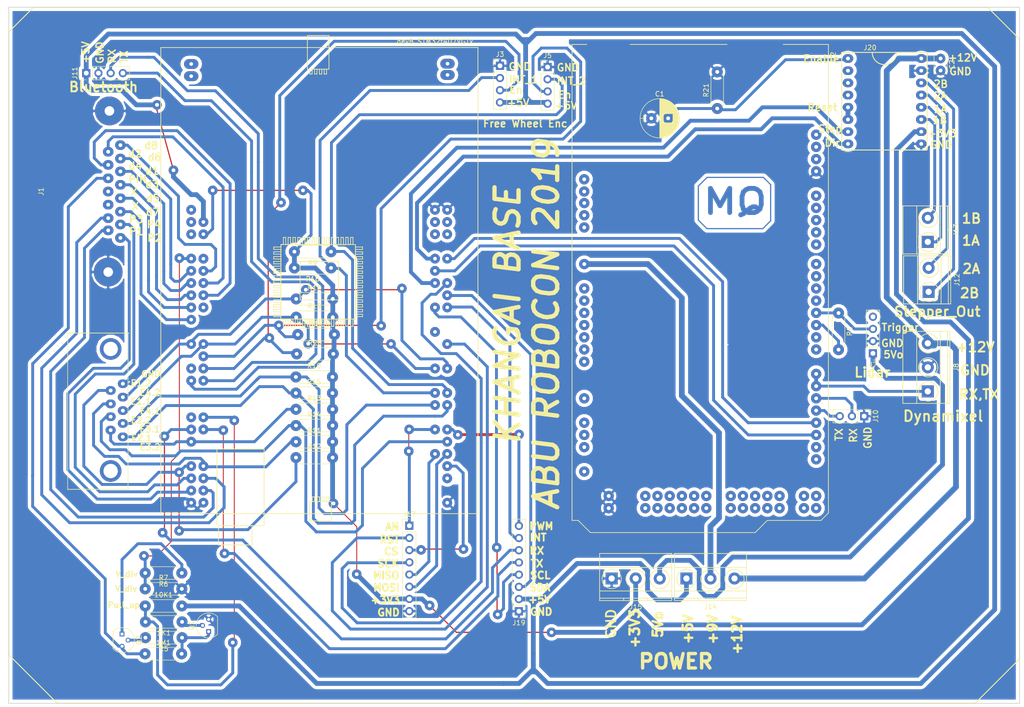
<source format=kicad_pcb>
(kicad_pcb (version 4) (host pcbnew 4.0.6)
  (layers (0 F.Cu signal) (31 B.Cu signal) (34 B.Paste user) (35 F.Paste user) (36 B.SilkS user) (37 F.SilkS user) (38 B.Mask user) (39 F.Mask user) (44 Edge.Cuts user))
  (net 0 "")
  (net 1 GND)
  (net 2 /ENABLE)
  (net 3 /dir7)
  (net 4 /dir5)
  (net 5 /dir3)
  (net 6 /dir1)
  (net 7 /Mo_PWM3)
  (net 8 /Mo_PWM1)
  (net 9 /dir8)
  (net 10 /dir6)
  (net 11 /dir4)
  (net 12 /dir2)
  (net 13 /Mo_PWM4)
  (net 14 /Mo_PWM2)
  (net 15 /INT_1)
  (net 16 /En5)
  (net 17 +5V)
  (net 18 /En4_Ch1)
  (net 19 /En3_Ch1)
  (net 20 /En2_Ch1)
  (net 21 /En1_Ch1)
  (net 22 /En4_Ch2)
  (net 23 /En3_Ch2)
  (net 24 /En2_Ch2)
  (net 25 /En1_Ch2)
  (net 26 /INT_2)
  (net 27 /En6)
  (net 28 /Trigger)
  (net 29 "Net-(J10-Pad2)")
  (net 30 "Net-(J10-Pad3)")
  (net 31 /UART2_RX)
  (net 32 /UART2_TX)
  (net 33 /2A)
  (net 34 /1A)
  (net 35 /1B)
  (net 36 /RST_2)
  (net 37 /SPI2_CS)
  (net 38 /SPI2_SCK)
  (net 39 /SPI2_MISO)
  (net 40 /SPI2_MOSI)
  (net 41 /I2C2_SDA)
  (net 42 /I2C2_SCL)
  (net 43 /Mi2_USART4_TX)
  (net 44 /Mi2_USART4_RX)
  (net 45 /INT_10)
  (net 46 /DIR)
  (net 47 /STEP)
  (net 48 /RESET)
  (net 49 "Net-(R1-Pad2)")
  (net 50 +3V3)
  (net 51 /USART3_RX)
  (net 52 /USART3_TX)
  (net 53 /2B)
  (net 54 /Mi_PWM6)
  (net 55 /AN_2)
  (net 56 "Net-(Q2-Pad2)")
  (net 57 "Net-(Q2-Pad1)")
  (net 58 /CS)
  (net 59 /AN_1)
  (net 60 "Net-(J8-Pad1)")
  (net 61 /PIN)
  (net 62 "Net-(1K1-Pad1)")
  (net 63 "Net-(1M1-Pad2)")
  (net 64 /+12V)
  (net 65 /5V)
  (net 66 /+9V)
  (module modFiles:STM32F407_Discovery (layer F.Cu) (at 109.3216 99.8093)
    (fp_text reference U1 hide)
    (fp_text value devB_STM32f407VGTx (at 24.0665 -49.784) (layer F.SilkS))
    (pad 1 thru_hole circle (at -26.67 -14.732) (size 2.05 2.05) (drill 0.762) (layers *.Cu *.Mask))
    (pad 4 thru_hole circle (at -24.13 -12.192) (size 2.05 2.05) (drill 0.762) (layers *.Cu *.Mask) (net 17 +5V))
    (pad 3 thru_hole circle (at -26.67 -12.192) (size 2.05 2.05) (drill 0.762) (layers *.Cu *.Mask))
    (pad 6 thru_hole circle (at -24.13 -9.652) (size 2.05 2.05) (drill 0.762) (layers *.Cu *.Mask) (net 50 +3V3))
    (pad 5 thru_hole circle (at -26.67 -9.652) (size 2.05 2.05) (drill 0.762) (layers *.Cu *.Mask))
    (pad 13 thru_hole circle (at -26.67 0.508) (size 2.05 2.05) (drill 0.762) (layers *.Cu *.Mask) (net 6 /dir1))
    (pad 14 thru_hole circle (at -24.13 0.508) (size 2.05 2.05) (drill 0.762) (layers *.Cu *.Mask) (net 12 /dir2))
    (pad 26 thru_hole circle (at -24.13 15.748) (size 2.05 2.05) (drill 0.762) (layers *.Cu *.Mask) (net 27 /En6))
    (pad 28 thru_hole circle (at -24.13 18.288) (size 2.05 2.05) (drill 0.762) (layers *.Cu *.Mask) (net 16 /En5))
    (pad 27 thru_hole circle (at -26.67 18.288) (size 2.05 2.05) (drill 0.762) (layers *.Cu *.Mask))
    (pad 30 thru_hole circle (at -24.13 20.828) (size 2.05 2.05) (drill 0.762) (layers *.Cu *.Mask) (net 32 /UART2_TX))
    (pad 29 thru_hole circle (at -26.67 20.828) (size 2.05 2.05) (drill 0.762) (layers *.Cu *.Mask) (net 31 /UART2_RX))
    (pad 24 thru_hole circle (at -24.13 13.208) (size 2 2) (drill 0.762) (layers *.Cu *.Mask) (net 18 /En4_Ch1))
    (pad 23 thru_hole circle (at -26.67 13.208) (size 2 2) (drill 0.762) (layers *.Cu *.Mask) (net 22 /En4_Ch2))
    (pad 18 thru_hole circle (at -24.13 5.588) (size 2.05 2.05) (drill 0.762) (layers *.Cu *.Mask))
    (pad 17 thru_hole circle (at -26.67 5.588) (size 2.05 2.05) (drill 0.762) (layers *.Cu *.Mask) (net 4 /dir5))
    (pad 35 thru_hole circle (at -26.67 28.448) (size 2.05 2.05) (drill 0.762) (layers *.Cu *.Mask))
    (pad 36 thru_hole circle (at -24.13 28.448) (size 2.05 2.05) (drill 0.762) (layers *.Cu *.Mask) (net 58 /CS))
    (pad 38 thru_hole circle (at -24.13 30.988) (size 2.05 2.05) (drill 0.762) (layers *.Cu *.Mask) (net 43 /Mi2_USART4_TX))
    (pad 37 thru_hole circle (at -26.67 30.988) (size 2.05 2.05) (drill 0.762) (layers *.Cu *.Mask) (net 44 /Mi2_USART4_RX))
    (pad 39 thru_hole circle (at -26.67 33.528) (size 2.05 2.05) (drill 0.762) (layers *.Cu *.Mask) (net 20 /En2_Ch1))
    (pad 47 thru_hole circle (at -26.67 43.688) (size 2.05 2.05) (drill 0.762) (layers *.Cu *.Mask) (net 14 /Mo_PWM2))
    (pad 48 thru_hole circle (at -24.13 43.688) (size 2.05 2.05) (drill 0.762) (layers *.Cu *.Mask) (net 8 /Mo_PWM1))
    (pad 50 thru_hole circle (at -24.13 46.228) (size 2.05 2.05) (drill 0.762) (layers *.Cu *.Mask) (net 1 GND))
    (pad 49 thru_hole circle (at -26.67 46.228) (size 2.05 2.05) (drill 0.762) (layers *.Cu *.Mask) (net 1 GND))
    (pad 44 thru_hole circle (at -24.13 38.608) (size 2.05 2.05) (drill 0.762) (layers *.Cu *.Mask) (net 21 /En1_Ch1))
    (pad 43 thru_hole circle (at -26.67 38.608) (size 2.05 2.05) (drill 0.762) (layers *.Cu *.Mask) (net 25 /En1_Ch2))
    (pad 84 thru_hole circle (at 26.6065 25.908) (size 2.05 2.05) (drill 0.762) (layers *.Cu *.Mask) (net 23 /En3_Ch2))
    (pad 83 thru_hole circle (at 24.0665 25.908) (size 2.05 2.05) (drill 0.762) (layers *.Cu *.Mask) (net 19 /En3_Ch1))
    (pad 94 thru_hole circle (at 26.6065 38.608) (size 2.05 2.05) (drill 0.762) (layers *.Cu *.Mask) (net 37 /SPI2_CS))
    (pad 96 thru_hole circle (at 26.6065 41.148) (size 2.05 2.05) (drill 0.762) (layers *.Cu *.Mask))
    (pad 100 thru_hole circle (at 26.6065 46.228) (size 2.05 2.05) (drill 0.762) (layers *.Cu *.Mask) (net 1 GND))
    (pad 90 thru_hole circle (at 26.6065 33.528) (size 2.05 2.05) (drill 0.762) (layers *.Cu *.Mask) (net 24 /En2_Ch2))
    (pad 87 thru_hole circle (at 24.0665 30.988) (size 2.05 2.05) (drill 0.762) (layers *.Cu *.Mask) (net 55 /AN_2))
    (pad 88 thru_hole circle (at 26.6065 30.988) (size 2.05 2.05) (drill 0.762) (layers *.Cu *.Mask) (net 54 /Mi_PWM6))
    (pad 67 thru_hole circle (at 24.0665 5.588) (size 2.05 2.05) (drill 0.762) (layers *.Cu *.Mask) (net 42 /I2C2_SCL))
    (pad 74 thru_hole circle (at 26.6065 13.208) (size 2.05 2.05) (drill 0.762) (layers *.Cu *.Mask) (net 36 /RST_2))
    (pad 81 thru_hole circle (at 24.064 23.37) (size 2.05 2.05) (drill 0.762) (layers *.Cu *.Mask) (net 15 /INT_1))
    (pad 82 thru_hole circle (at 26.604 23.37) (size 2.05 2.05) (drill 0.762) (layers *.Cu *.Mask) (net 26 /INT_2))
    (pad 77 thru_hole circle (at 24.0665 18.288) (size 2.05 2.05) (drill 0.762) (layers *.Cu *.Mask) (net 18 /En4_Ch1))
    (pad 78 thru_hole circle (at 26.6065 18.288) (size 2.05 2.05) (drill 0.762) (layers *.Cu *.Mask) (net 22 /En4_Ch2))
    (pad 59 thru_hole circle (at 24.0665 -4.572) (size 2.05 2.05) (drill 0.762) (layers *.Cu *.Mask) (net 46 /DIR))
    (pad 60 thru_hole circle (at 26.6065 -4.572) (size 2.05 2.05) (drill 0.762) (layers *.Cu *.Mask) (net 51 /USART3_RX))
    (pad 61 thru_hole circle (at 24.0665 -2.032) (size 2.05 2.05) (drill 0.762) (layers *.Cu *.Mask) (net 52 /USART3_TX))
    (pad 66 thru_hole circle (at 26.6065 3.048) (size 2.05 2.05) (drill 0.762) (layers *.Cu *.Mask) (net 41 /I2C2_SDA))
    (pad 64 thru_hole circle (at 26.6065 0.508) (size 2.05 2.05) (drill 0.762) (layers *.Cu *.Mask) (net 38 /SPI2_SCK))
    (pad 63 thru_hole circle (at 24.0665 0.508) (size 2.05 2.05) (drill 0.762) (layers *.Cu *.Mask) (net 47 /STEP))
    (pad 55 thru_hole circle (at 24.0665 -9.652) (size 2.05 2.05) (drill 0.762) (layers *.Cu *.Mask))
    (pad 56 thru_hole circle (at 26.6065 -9.652) (size 2.05 2.05) (drill 0.762) (layers *.Cu *.Mask))
    (pad 53 thru_hole circle (at 24.0665 -12.192) (size 2.05 2.05) (drill 0.762) (layers *.Cu *.Mask))
    (pad 54 thru_hole circle (at 26.6065 -12.192) (size 2.05 2.05) (drill 0.762) (layers *.Cu *.Mask))
    (pad 52 thru_hole circle (at 26.6065 -14.732) (size 2.05 2.05) (drill 0.762) (layers *.Cu *.Mask) (net 1 GND))
    (pad 51 thru_hole circle (at 24.0665 -14.732) (size 2.05 2.05) (drill 0.762) (layers *.Cu *.Mask) (net 1 GND))
    (pad c thru_hole oval (at 26.67 -45.1485) (size 3 2.05) (drill 0.762) (layers *.Cu *.Mask))
    (pad d thru_hole oval (at 26.67 -42.799) (size 3 2.05) (drill 0.762) (layers *.Cu *.Mask))
    (pad b thru_hole oval (at -26.67 -42.545) (size 3 2.05) (drill 0.762) (layers *.Cu *.Mask))
    (pad a thru_hole oval (at -26.67 -45.085) (size 3 2.05) (drill 0.762) (layers *.Cu *.Mask))
    (pad 45 thru_hole circle (at -26.67 41.148) (size 2.05 2.05) (drill 0.762) (layers *.Cu *.Mask) (net 13 /Mo_PWM4))
    (pad 46 thru_hole circle (at -24.13 41.148) (size 2.05 2.05) (drill 0.762) (layers *.Cu *.Mask) (net 7 /Mo_PWM3))
    (pad 19 thru_hole circle (at -26.67 8.128) (size 2 2) (drill 0.762) (layers *.Cu *.Mask) (net 3 /dir7))
    (pad 15 thru_hole circle (at -26.67 3.048) (size 2.05 2.05) (drill 0.762) (layers *.Cu *.Mask) (net 5 /dir3))
    (pad 16 thru_hole circle (at -24.13 3.048) (size 2.05 2.05) (drill 0.762) (layers *.Cu *.Mask) (net 11 /dir4))
    (pad 91 thru_hole circle (at 24.0665 36.068) (size 2.05 2.05) (drill 0.762) (layers *.Cu *.Mask) (net 39 /SPI2_MISO))
    (pad 92 thru_hole circle (at 26.6065 36.068) (size 2.05 2.05) (drill 0.762) (layers *.Cu *.Mask) (net 40 /SPI2_MOSI))
    (pad 11 thru_hole circle (at -26.67 -2.032) (size 2.05 2.05) (drill 0.762) (layers *.Cu *.Mask) (net 10 /dir6))
    (pad 12 thru_hole circle (at -24.13 -2.0193) (size 2.05 2.05) (drill 0.762) (layers *.Cu *.Mask) (net 9 /dir8))
    (pad 71 thru_hole circle (at 24.0665 10.668) (size 2.05 2.05) (drill 0.762) (layers *.Cu *.Mask))
    (pad 68 thru_hole circle (at 26.624 5.58) (size 2.05 2.05) (drill 0.762) (layers *.Cu *.Mask) (net 45 /INT_10))
    (pad 9 thru_hole circle (at -26.67 -4.5847) (size 2.05 2.05) (drill 0.762) (layers *.Cu *.Mask) (net 59 /AN_1))
    (pad 10 thru_hole circle (at -24.13 -4.5593) (size 2.05 2.05) (drill 0.762) (layers *.Cu *.Mask))
  )
  (module modFiles:Resistor_small (layer F.Cu) (at 80.6996 160.6593 180)
    (fp_text reference R6 (at 3.81 -2.31 180) (layer F.SilkS))
    (fp_text value R)
    (pad 1 thru_hole circle (at 0 0 180) (size 2.3 2.3) (drill 0.8) (layers *.Cu *.Mask) (net 57 "Net-(Q2-Pad1)"))
    (pad 2 thru_hole circle (at 7.62 0 180) (size 2.3 2.3) (drill 0.8) (layers *.Cu *.Mask) (net 59 /AN_1))
  )
  (module modFiles:A4998 (layer F.Cu) (at 219.3036 53.5813)
    (fp_text reference J20 (at 4.62 -2.25) (layer F.SilkS))
    (fp_text value CONN_02X08)
    (pad 16 thru_hole oval (at 15.29 0) (size 2.2 1.8) (drill 0.8) (layers *.Cu *.Mask) (net 64 /+12V))
    (pad 1 thru_hole oval (at 0.03 0) (size 2.2 1.8) (drill 0.8) (layers *.Cu *.Mask) (net 2 /ENABLE))
    (pad 15 thru_hole oval (at 15.2776 2.534) (size 2.2 1.8) (drill 0.8) (layers *.Cu *.Mask) (net 1 GND))
    (pad 2 thru_hole oval (at 0.03 2.54) (size 2.2 1.8) (drill 0.8) (layers *.Cu *.Mask))
    (pad 14 thru_hole oval (at 15.2776 5.074) (size 2.2 1.8) (drill 0.8) (layers *.Cu *.Mask) (net 53 /2B))
    (pad 3 thru_hole oval (at 0.03 5.08) (size 2.2 1.8) (drill 0.8) (layers *.Cu *.Mask))
    (pad 13 thru_hole oval (at 15.2776 7.614) (size 2.2 1.8) (drill 0.8) (layers *.Cu *.Mask) (net 33 /2A))
    (pad 4 thru_hole oval (at 0.03 7.62) (size 2.2 1.8) (drill 0.8) (layers *.Cu *.Mask))
    (pad 12 thru_hole oval (at 15.2776 10.154) (size 2.2 1.8) (drill 0.8) (layers *.Cu *.Mask) (net 34 /1A))
    (pad 5 thru_hole oval (at 0.03 10.16) (size 2.2 1.8) (drill 0.8) (layers *.Cu *.Mask) (net 48 /RESET))
    (pad 11 thru_hole oval (at 15.2776 12.694) (size 2.2 1.8) (drill 0.8) (layers *.Cu *.Mask) (net 35 /1B))
    (pad 6 thru_hole oval (at 0.03 12.7) (size 2.2 1.8) (drill 0.8) (layers *.Cu *.Mask) (net 48 /RESET))
    (pad 10 thru_hole oval (at 15.2776 15.234) (size 2.2 1.8) (drill 0.8) (layers *.Cu *.Mask) (net 50 +3V3))
    (pad 7 thru_hole oval (at 0.03 15.24) (size 2.2 1.8) (drill 0.8) (layers *.Cu *.Mask) (net 47 /STEP))
    (pad 9 thru_hole oval (at 15.2776 17.774) (size 2.2 1.8) (drill 0.8) (layers *.Cu *.Mask) (net 1 GND))
    (pad 8 thru_hole oval (at 0.03 17.78) (size 2.2 1.8) (drill 0.8) (layers *.Cu *.Mask) (net 46 /DIR))
  )
  (module Pin_Headers:Pin_Header_Straight_1x08_Pitch2.54mm (layer F.Cu) (at 128.0506 150.8143)
    (fp_text reference J17 (at 0 -2.39) (layer F.SilkS))
    (fp_text value CONN_01X08)
    (pad 1 thru_hole rect (at 0 0) (size 1.7 1.7) (drill 1) (layers *.Cu *.Mask) (net 55 /AN_2))
    (pad 2 thru_hole oval (at 0 2.54) (size 1.7 1.7) (drill 1) (layers *.Cu *.Mask) (net 36 /RST_2))
    (pad 3 thru_hole oval (at 0 5.08) (size 1.7 1.7) (drill 1) (layers *.Cu *.Mask) (net 37 /SPI2_CS))
    (pad 4 thru_hole oval (at 0 7.62) (size 1.7 1.7) (drill 1) (layers *.Cu *.Mask) (net 38 /SPI2_SCK))
    (pad 5 thru_hole oval (at 0 10.16) (size 1.7 1.7) (drill 1) (layers *.Cu *.Mask) (net 39 /SPI2_MISO))
    (pad 6 thru_hole oval (at 0 12.7) (size 1.7 1.7) (drill 1) (layers *.Cu *.Mask) (net 40 /SPI2_MOSI))
    (pad 7 thru_hole oval (at 0 15.24) (size 1.7 1.7) (drill 1) (layers *.Cu *.Mask) (net 50 +3V3))
    (pad 8 thru_hole oval (at 0 17.78) (size 1.7 1.7) (drill 1) (layers *.Cu *.Mask) (net 1 GND))
  )
  (module Pin_Headers:Pin_Header_Straight_1x08_Pitch2.54mm (layer F.Cu) (at 150.8506 168.6243 180)
    (fp_text reference J19 (at 0 -2.39 180) (layer F.SilkS))
    (fp_text value CONN_01X08)
    (pad 1 thru_hole rect (at 0 0 180) (size 1.7 1.7) (drill 1) (layers *.Cu *.Mask) (net 1 GND))
    (pad 2 thru_hole oval (at 0 2.54 180) (size 1.7 1.7) (drill 1) (layers *.Cu *.Mask) (net 17 +5V))
    (pad 3 thru_hole oval (at 0 5.08 180) (size 1.7 1.7) (drill 1) (layers *.Cu *.Mask) (net 41 /I2C2_SDA))
    (pad 4 thru_hole oval (at 0 7.62 180) (size 1.7 1.7) (drill 1) (layers *.Cu *.Mask) (net 42 /I2C2_SCL))
    (pad 5 thru_hole oval (at 0 10.16 180) (size 1.7 1.7) (drill 1) (layers *.Cu *.Mask) (net 43 /Mi2_USART4_TX))
    (pad 6 thru_hole oval (at 0 12.7 180) (size 1.7 1.7) (drill 1) (layers *.Cu *.Mask) (net 44 /Mi2_USART4_RX))
    (pad 7 thru_hole oval (at 0 15.24 180) (size 1.7 1.7) (drill 1) (layers *.Cu *.Mask) (net 45 /INT_10))
    (pad 8 thru_hole oval (at 0 17.78 180) (size 1.7 1.7) (drill 1) (layers *.Cu *.Mask) (net 54 /Mi_PWM6))
  )
  (module Connectors_Terminal_Blocks:TerminalBlock_Pheonix_MKDS1.5-2pol (layer F.Cu) (at 236.1156 102.1493 90)
    (fp_text reference J12 (at 2.5 5.9 90) (layer F.SilkS))
    (fp_text value CONN_01X02)
    (pad 1 thru_hole rect (at 0 0 90) (size 2.5 2.5) (drill 1.3) (layers *.Cu *.Mask) (net 53 /2B))
    (pad 2 thru_hole circle (at 5 0 90) (size 2.5 2.5) (drill 1.3) (layers *.Cu *.Mask) (net 33 /2A))
  )
  (module modFiles:Capacitor_100uF (layer F.Cu) (at 178.4096 66.0273)
    (fp_text reference C1 (at 1.75 -5.06) (layer F.SilkS))
    (fp_text value C)
    (pad 1 thru_hole circle (at 0 0) (size 2.2 2.2) (drill 0.8) (layers *.Cu *.Mask) (net 1 GND))
    (pad 2 thru_hole circle (at 3.5 0) (size 2.2 2.2) (drill 0.8) (layers *.Cu *.Mask) (net 2 /ENABLE))
  )
  (module modFiles:Capacitor_Disc_Small (layer F.Cu) (at 238.6076 53.5813 270)
    (fp_text reference C2 (at 1.25 -2.36 270) (layer F.SilkS))
    (fp_text value C)
    (pad 1 thru_hole circle (at 0 0 270) (size 2 2) (drill 0.8) (layers *.Cu *.Mask) (net 64 /+12V))
    (pad 2 thru_hole circle (at 2.5 0 270) (size 2 2) (drill 0.8) (layers *.Cu *.Mask) (net 1 GND))
  )
  (module Pin_Headers:Pin_Header_Straight_1x04_Pitch2.54mm (layer F.Cu) (at 146.9136 55.1053)
    (fp_text reference J3 (at 0 -2.39) (layer F.SilkS))
    (fp_text value CONN_01X04)
    (pad 1 thru_hole rect (at 0 0) (size 1.7 1.7) (drill 1) (layers *.Cu *.Mask) (net 1 GND))
    (pad 2 thru_hole oval (at 0 2.54) (size 1.7 1.7) (drill 1) (layers *.Cu *.Mask) (net 15 /INT_1))
    (pad 3 thru_hole oval (at 0 5.08) (size 1.7 1.7) (drill 1) (layers *.Cu *.Mask) (net 16 /En5))
    (pad 4 thru_hole oval (at 0 7.62) (size 1.7 1.7) (drill 1) (layers *.Cu *.Mask) (net 17 +5V))
  )
  (module Pin_Headers:Pin_Header_Straight_1x04_Pitch2.54mm (layer F.Cu) (at 156.8196 55.3593)
    (fp_text reference J5 (at 0 -2.39) (layer F.SilkS))
    (fp_text value CONN_01X04)
    (pad 1 thru_hole rect (at 0 0) (size 1.7 1.7) (drill 1) (layers *.Cu *.Mask) (net 1 GND))
    (pad 2 thru_hole oval (at 0 2.54) (size 1.7 1.7) (drill 1) (layers *.Cu *.Mask) (net 26 /INT_2))
    (pad 3 thru_hole oval (at 0 5.08) (size 1.7 1.7) (drill 1) (layers *.Cu *.Mask) (net 27 /En6))
    (pad 4 thru_hole oval (at 0 7.62) (size 1.7 1.7) (drill 1) (layers *.Cu *.Mask) (net 17 +5V))
  )
  (module Pin_Headers:Pin_Header_Straight_1x04_Pitch2.54mm (layer F.Cu) (at 224.53 114.95 180)
    (fp_text reference J7 (at 0 -2.39 180) (layer F.SilkS))
    (fp_text value CONN_01X04)
    (pad 1 thru_hole rect (at 0 0 180) (size 1.7 1.7) (drill 1) (layers *.Cu *.Mask) (net 65 /5V))
    (pad 2 thru_hole oval (at 0 2.54 180) (size 1.7 1.7) (drill 1) (layers *.Cu *.Mask) (net 1 GND))
    (pad 3 thru_hole oval (at 0 5.08 180) (size 1.7 1.7) (drill 1) (layers *.Cu *.Mask) (net 28 /Trigger))
    (pad 4 thru_hole oval (at 0 7.62 180) (size 1.7 1.7) (drill 1) (layers *.Cu *.Mask))
  )
  (module Pin_Headers:Pin_Header_Straight_1x03_Pitch2.54mm (layer F.Cu) (at 222.6956 128.0193 270)
    (fp_text reference J10 (at 0 -2.39 270) (layer F.SilkS))
    (fp_text value CONN_01X03)
    (pad 1 thru_hole rect (at 0 0 270) (size 1.7 1.7) (drill 1) (layers *.Cu *.Mask) (net 1 GND))
    (pad 2 thru_hole oval (at 0 2.54 270) (size 1.7 1.7) (drill 1) (layers *.Cu *.Mask) (net 29 "Net-(J10-Pad2)"))
    (pad 3 thru_hole oval (at 0 5.08 270) (size 1.7 1.7) (drill 1) (layers *.Cu *.Mask) (net 30 "Net-(J10-Pad3)"))
  )
  (module Pin_Headers:Pin_Header_Straight_1x04_Pitch2.54mm (layer F.Cu) (at 60.8076 56.6293 90)
    (fp_text reference J11 (at 0 -2.39 90) (layer F.SilkS))
    (fp_text value CONN_01X04)
    (pad 1 thru_hole rect (at 0 0 90) (size 1.7 1.7) (drill 1) (layers *.Cu *.Mask) (net 17 +5V))
    (pad 2 thru_hole oval (at 0 2.54 90) (size 1.7 1.7) (drill 1) (layers *.Cu *.Mask) (net 1 GND))
    (pad 3 thru_hole oval (at 0 5.08 90) (size 1.7 1.7) (drill 1) (layers *.Cu *.Mask) (net 31 /UART2_RX))
    (pad 4 thru_hole oval (at 0 7.62 90) (size 1.7 1.7) (drill 1) (layers *.Cu *.Mask) (net 32 /UART2_TX))
  )
  (module Connectors_Terminal_Blocks:TerminalBlock_Pheonix_MKDS1.5-2pol (layer F.Cu) (at 235.9456 91.7493 90)
    (fp_text reference J13 (at 2.5 5.9 90) (layer F.SilkS))
    (fp_text value CONN_01X02)
    (pad 1 thru_hole rect (at 0 0 90) (size 2.5 2.5) (drill 1.3) (layers *.Cu *.Mask) (net 34 /1A))
    (pad 2 thru_hole circle (at 5 0 90) (size 2.5 2.5) (drill 1.3) (layers *.Cu *.Mask) (net 35 /1B))
  )
  (module Connectors_Terminal_Blocks:TerminalBlock_Pheonix_MKDS1.5-3pol (layer F.Cu) (at 185.7156 161.7993)
    (fp_text reference J14 (at 5 5.9) (layer F.SilkS))
    (fp_text value CONN_01X03)
    (pad 3 thru_hole circle (at 10 0) (size 2.5 2.5) (drill 1.3) (layers *.Cu *.Mask) (net 64 /+12V))
    (pad 1 thru_hole rect (at 0 0) (size 2.5 2.5) (drill 1.3) (layers *.Cu *.Mask) (net 17 +5V))
    (pad 2 thru_hole circle (at 5 0) (size 2.5 2.5) (drill 1.3) (layers *.Cu *.Mask) (net 66 /+9V))
  )
  (module Connectors_Terminal_Blocks:TerminalBlock_Pheonix_MKDS1.5-3pol (layer F.Cu) (at 170.1556 161.7993)
    (fp_text reference J15 (at 5 5.9) (layer F.SilkS))
    (fp_text value CONN_01X03)
    (pad 3 thru_hole circle (at 10 0) (size 2.5 2.5) (drill 1.3) (layers *.Cu *.Mask) (net 65 /5V))
    (pad 1 thru_hole rect (at 0 0) (size 2.5 2.5) (drill 1.3) (layers *.Cu *.Mask) (net 1 GND))
    (pad 2 thru_hole circle (at 5 0) (size 2.5 2.5) (drill 1.3) (layers *.Cu *.Mask) (net 50 +3V3))
  )
  (module modFiles:Resistor_small (layer F.Cu) (at 217.37 106.56 270)
    (fp_text reference R1 (at 3.81 -2.31 270) (layer F.SilkS))
    (fp_text value R)
    (pad 1 thru_hole circle (at 0 0 270) (size 2.3 2.3) (drill 0.8) (layers *.Cu *.Mask) (net 28 /Trigger))
    (pad 2 thru_hole circle (at 7.62 0 270) (size 2.3 2.3) (drill 0.8) (layers *.Cu *.Mask) (net 49 "Net-(R1-Pad2)"))
  )
  (module modFiles:Resistor_small (layer F.Cu) (at 111.7456 93.7893 180)
    (fp_text reference R9 (at 3.81 -2.31 180) (layer F.SilkS))
    (fp_text value R)
    (pad 1 thru_hole circle (at 0 0 180) (size 2.3 2.3) (drill 0.8) (layers *.Cu *.Mask) (net 26 /INT_2))
    (pad 2 thru_hole circle (at 7.62 0 180) (size 2.3 2.3) (drill 0.8) (layers *.Cu *.Mask) (net 50 +3V3))
  )
  (module modFiles:Resistor_small (layer F.Cu) (at 104.4356 119.8593)
    (fp_text reference R10 (at 3.81 -2.31) (layer F.SilkS))
    (fp_text value R)
    (pad 1 thru_hole circle (at 0 0) (size 2.3 2.3) (drill 0.8) (layers *.Cu *.Mask) (net 19 /En3_Ch1))
    (pad 2 thru_hole circle (at 7.62 0) (size 2.3 2.3) (drill 0.8) (layers *.Cu *.Mask) (net 50 +3V3))
  )
  (module modFiles:Resistor_small (layer F.Cu) (at 104.4556 133.3493)
    (fp_text reference R11 (at 3.81 -2.31) (layer F.SilkS))
    (fp_text value R)
    (pad 1 thru_hole circle (at 0 0) (size 2.3 2.3) (drill 0.8) (layers *.Cu *.Mask) (net 21 /En1_Ch1))
    (pad 2 thru_hole circle (at 7.62 0) (size 2.3 2.3) (drill 0.8) (layers *.Cu *.Mask) (net 50 +3V3))
  )
  (module modFiles:Resistor_small (layer F.Cu) (at 104.4556 136.6393)
    (fp_text reference R12 (at 3.81 -2.31) (layer F.SilkS))
    (fp_text value R)
    (pad 1 thru_hole circle (at 0 0) (size 2.3 2.3) (drill 0.8) (layers *.Cu *.Mask) (net 25 /En1_Ch2))
    (pad 2 thru_hole circle (at 7.62 0) (size 2.3 2.3) (drill 0.8) (layers *.Cu *.Mask) (net 50 +3V3))
  )
  (module modFiles:Resistor_small (layer F.Cu) (at 104.4556 126.5893)
    (fp_text reference R13 (at 3.81 -2.31) (layer F.SilkS))
    (fp_text value R)
    (pad 1 thru_hole circle (at 0 0) (size 2.3 2.3) (drill 0.8) (layers *.Cu *.Mask) (net 20 /En2_Ch1))
    (pad 2 thru_hole circle (at 7.62 0) (size 2.3 2.3) (drill 0.8) (layers *.Cu *.Mask) (net 50 +3V3))
  )
  (module modFiles:Resistor_small (layer F.Cu) (at 104.4556 129.9693)
    (fp_text reference R14 (at 3.81 -2.31) (layer F.SilkS))
    (fp_text value R)
    (pad 1 thru_hole circle (at 0 0) (size 2.3 2.3) (drill 0.8) (layers *.Cu *.Mask) (net 24 /En2_Ch2))
    (pad 2 thru_hole circle (at 7.62 0) (size 2.3 2.3) (drill 0.8) (layers *.Cu *.Mask) (net 50 +3V3))
  )
  (module modFiles:Resistor_small (layer F.Cu) (at 104.4356 123.2193)
    (fp_text reference R15 (at 3.81 -2.31) (layer F.SilkS))
    (fp_text value R)
    (pad 1 thru_hole circle (at 0 0) (size 2.3 2.3) (drill 0.8) (layers *.Cu *.Mask) (net 23 /En3_Ch2))
    (pad 2 thru_hole circle (at 7.62 0) (size 2.3 2.3) (drill 0.8) (layers *.Cu *.Mask) (net 50 +3V3))
  )
  (module modFiles:Resistor_small (layer F.Cu) (at 111.7456 97.1693 180)
    (fp_text reference R16 (at 3.81 -2.31 180) (layer F.SilkS))
    (fp_text value R)
    (pad 1 thru_hole circle (at 0 0 180) (size 2.3 2.3) (drill 0.8) (layers *.Cu *.Mask) (net 15 /INT_1))
    (pad 2 thru_hole circle (at 7.62 0 180) (size 2.3 2.3) (drill 0.8) (layers *.Cu *.Mask) (net 50 +3V3))
  )
  (module modFiles:Resistor_small (layer F.Cu) (at 104.8356 111.0293)
    (fp_text reference R17 (at 3.81 -2.31) (layer F.SilkS))
    (fp_text value R)
    (pad 1 thru_hole circle (at 0 0) (size 2.3 2.3) (drill 0.8) (layers *.Cu *.Mask) (net 27 /En6))
    (pad 2 thru_hole circle (at 7.62 0) (size 2.3 2.3) (drill 0.8) (layers *.Cu *.Mask) (net 50 +3V3))
  )
  (module modFiles:Resistor_small (layer F.Cu) (at 104.4956 103.6193)
    (fp_text reference R18 (at 3.81 -2.31) (layer F.SilkS))
    (fp_text value R)
    (pad 1 thru_hole circle (at 0 0) (size 2.3 2.3) (drill 0.8) (layers *.Cu *.Mask) (net 22 /En4_Ch2))
    (pad 2 thru_hole circle (at 7.62 0) (size 2.3 2.3) (drill 0.8) (layers *.Cu *.Mask) (net 50 +3V3))
  )
  (module modFiles:Resistor_small (layer F.Cu) (at 104.4956 107.4293)
    (fp_text reference R19 (at 3.81 -2.31) (layer F.SilkS))
    (fp_text value R)
    (pad 1 thru_hole circle (at 0 0) (size 2.3 2.3) (drill 0.8) (layers *.Cu *.Mask) (net 18 /En4_Ch1))
    (pad 2 thru_hole circle (at 7.62 0) (size 2.3 2.3) (drill 0.8) (layers *.Cu *.Mask) (net 50 +3V3))
  )
  (module modFiles:Resistor_small (layer F.Cu) (at 104.6056 115.0593)
    (fp_text reference R20 (at 3.81 -2.31) (layer F.SilkS))
    (fp_text value R)
    (pad 1 thru_hole circle (at 0 0) (size 2.3 2.3) (drill 0.8) (layers *.Cu *.Mask) (net 16 /En5))
    (pad 2 thru_hole circle (at 7.62 0) (size 2.3 2.3) (drill 0.8) (layers *.Cu *.Mask) (net 50 +3V3))
  )
  (module modFiles:Resistor_small (layer F.Cu) (at 192.1256 63.9953 90)
    (fp_text reference R21 (at 3.81 -2.31 90) (layer F.SilkS))
    (fp_text value R)
    (pad 1 thru_hole circle (at 0 0 90) (size 2.3 2.3) (drill 0.8) (layers *.Cu *.Mask) (net 2 /ENABLE))
    (pad 2 thru_hole circle (at 7.62 0 90) (size 2.3 2.3) (drill 0.8) (layers *.Cu *.Mask) (net 1 GND))
  )
  (module modFiles:Arduino_Mega2560_Shield (layer F.Cu) (at 206.8576 77.9653)
    (fp_text reference U2 (at 9.4107 -24.7777 270) (layer F.SilkS))
    (fp_text value Arduino_Mega2560_Shield)
    (fp_text user . (at -12.9413 35.1663 270) (layer F.SilkS))
    (pad GND3 thru_hole circle (at -37.3253 66.6623 270) (size 2.15 2.15) (drill 0.8) (layers *.Cu *.Mask) (net 1 GND))
    (pad GND4 thru_hole circle (at -37.3253 69.2023 270) (size 2.15 2.15) (drill 0.8) (layers *.Cu *.Mask) (net 1 GND))
    (pad 23 thru_hole circle (at 3.3147 69.2023 270) (size 2.15 2.15) (drill 0.8) (layers *.Cu *.Mask))
    (pad 22 thru_hole circle (at 3.3147 66.6623 270) (size 2.15 2.15) (drill 0.8) (layers *.Cu *.Mask))
    (pad VCC thru_hole circle (at 5.8547 69.2023 270) (size 2.15 2.15) (drill 0.8) (layers *.Cu *.Mask))
    (pad VCC thru_hole circle (at 5.8547 66.6623 270) (size 2.15 2.15) (drill 0.8) (layers *.Cu *.Mask))
    (pad 49 thru_hole circle (at -29.7053 69.2023 270) (size 2.15 2.15) (drill 0.8) (layers *.Cu *.Mask))
    (pad 48 thru_hole circle (at -29.7053 66.6623 270) (size 2.15 2.15) (drill 0.8) (layers *.Cu *.Mask))
    (pad 47 thru_hole circle (at -27.1653 69.2023 270) (size 2.15 2.15) (drill 0.8) (layers *.Cu *.Mask))
    (pad 46 thru_hole circle (at -27.1653 66.6623 270) (size 2.15 2.15) (drill 0.8) (layers *.Cu *.Mask))
    (pad 45 thru_hole circle (at -24.6253 69.2023 270) (size 2.15 2.15) (drill 0.8) (layers *.Cu *.Mask))
    (pad 44 thru_hole circle (at -24.6253 66.6623 270) (size 2.15 2.15) (drill 0.8) (layers *.Cu *.Mask))
    (pad 43 thru_hole circle (at -22.0853 69.2023 270) (size 2.15 2.15) (drill 0.8) (layers *.Cu *.Mask))
    (pad 42 thru_hole circle (at -22.0853 66.6623 270) (size 2.15 2.15) (drill 0.8) (layers *.Cu *.Mask))
    (pad 41 thru_hole circle (at -19.5453 69.2023 270) (size 2.15 2.15) (drill 0.8) (layers *.Cu *.Mask))
    (pad 40 thru_hole circle (at -19.5453 66.6623 270) (size 2.15 2.15) (drill 0.8) (layers *.Cu *.Mask))
    (pad A6 thru_hole circle (at -42.4053 38.7223 270) (size 2.15 2.15) (drill 0.8) (layers *.Cu *.Mask))
    (pad A0 thru_hole circle (at -42.4053 23.4823 270) (size 2.15 2.15) (drill 0.8) (layers *.Cu *.Mask))
    (pad VIN thru_hole circle (at -42.4053 18.4023 270) (size 2.15 2.15) (drill 0.8) (layers *.Cu *.Mask) (net 66 /+9V))
    (pad 5V1 thru_hole circle (at -42.4053 10.7823 270) (size 2.15 2.15) (drill 0.8) (layers *.Cu *.Mask))
    (pad 3V3 thru_hole circle (at -42.4053 8.2423 270) (size 2.15 2.15) (drill 0.8) (layers *.Cu *.Mask))
    (pad RST1 thru_hole circle (at -42.4053 5.7023 270) (size 2.15 2.15) (drill 0.8) (layers *.Cu *.Mask))
    (pad 21 thru_hole circle (at 5.8547 59.0423 270) (size 2.15 2.15) (drill 0.8) (layers *.Cu *.Mask))
    (pad 20 thru_hole circle (at 5.8547 56.5023 270) (size 2.15 2.15) (drill 0.8) (layers *.Cu *.Mask))
    (pad 19 thru_hole circle (at 5.8547 53.9623 270) (size 2.15 2.15) (drill 0.8) (layers *.Cu *.Mask) (net 52 /USART3_TX))
    (pad 18 thru_hole circle (at 5.8547 51.4223 270) (size 2.15 2.15) (drill 0.8) (layers *.Cu *.Mask) (net 51 /USART3_RX))
    (pad 17 thru_hole circle (at 5.8547 48.8823 270) (size 2.15 2.15) (drill 0.8) (layers *.Cu *.Mask) (net 30 "Net-(J10-Pad3)"))
    (pad 16 thru_hole circle (at 5.8547 46.3423 270) (size 2.15 2.15) (drill 0.8) (layers *.Cu *.Mask) (net 29 "Net-(J10-Pad2)"))
    (pad 15 thru_hole circle (at 5.8547 43.8023 270) (size 2.15 2.15) (drill 0.8) (layers *.Cu *.Mask) (net 60 "Net-(J8-Pad1)"))
    (pad 14 thru_hole circle (at 5.8547 41.2623 270) (size 2.15 2.15) (drill 0.8) (layers *.Cu *.Mask) (net 60 "Net-(J8-Pad1)"))
    (pad 0 thru_hole circle (at 5.8547 36.1823 270) (size 2.15 2.15) (drill 0.8) (layers *.Cu *.Mask))
    (pad 1 thru_hole circle (at 5.8547 33.6423 270) (size 2.15 2.15) (drill 0.8) (layers *.Cu *.Mask))
    (pad 2 thru_hole circle (at 5.8547 31.1023 270) (size 2.15 2.15) (drill 0.8) (layers *.Cu *.Mask) (net 49 "Net-(R1-Pad2)"))
    (pad 3 thru_hole circle (at 5.8547 28.5623 270) (size 2.15 2.15) (drill 0.8) (layers *.Cu *.Mask) (net 28 /Trigger))
    (pad 4 thru_hole circle (at 5.8547 26.0223 270) (size 2.15 2.15) (drill 0.8) (layers *.Cu *.Mask))
    (pad 5 thru_hole circle (at 5.8547 23.4823 270) (size 2.15 2.15) (drill 0.8) (layers *.Cu *.Mask))
    (pad 6 thru_hole circle (at 5.8547 20.9423 270) (size 2.15 2.15) (drill 0.8) (layers *.Cu *.Mask))
    (pad 7 thru_hole circle (at 5.8547 18.4023 270) (size 2.15 2.15) (drill 0.8) (layers *.Cu *.Mask))
    (pad GND5 thru_hole circle (at 5.8547 -0.9017 270) (size 2.15 2.15) (drill 0.8) (layers *.Cu *.Mask) (net 1 GND))
    (pad 8 thru_hole circle (at 5.8547 14.3383 270) (size 2.15 2.15) (drill 0.8) (layers *.Cu *.Mask))
    (pad 9 thru_hole circle (at 5.8547 11.7983 270) (size 2.15 2.15) (drill 0.8) (layers *.Cu *.Mask))
    (pad 10 thru_hole circle (at 5.8547 9.2583 270) (size 2.15 2.15) (drill 0.8) (layers *.Cu *.Mask))
    (pad SCL thru_hole circle (at 5.8547 -8.5217 270) (size 2.15 2.15) (drill 0.8) (layers *.Cu *.Mask))
    (pad SDA thru_hole circle (at 5.8547 -5.9817 270) (size 2.15 2.15) (drill 0.8) (layers *.Cu *.Mask))
    (pad AREF thru_hole circle (at 5.8547 -3.4417 270) (size 2.15 2.15) (drill 0.8) (layers *.Cu *.Mask))
    (pad 12 thru_hole circle (at 5.8547 4.1783 270) (size 2.15 2.15) (drill 0.8) (layers *.Cu *.Mask))
    (pad 11 thru_hole circle (at 5.8547 6.7183 270) (size 2.15 2.15) (drill 0.8) (layers *.Cu *.Mask))
    (pad A1 thru_hole circle (at -42.4053 26.0223 270) (size 2.15 2.15) (drill 0.8) (layers *.Cu *.Mask))
    (pad A2 thru_hole circle (at -42.4053 28.5623 270) (size 2.15 2.15) (drill 0.8) (layers *.Cu *.Mask))
    (pad A3 thru_hole circle (at -42.4053 31.1023 270) (size 2.15 2.15) (drill 0.8) (layers *.Cu *.Mask))
    (pad A4 thru_hole circle (at -42.4053 33.6423 270) (size 2.15 2.15) (drill 0.8) (layers *.Cu *.Mask))
    (pad A5 thru_hole circle (at -42.4053 36.1823 270) (size 2.15 2.15) (drill 0.8) (layers *.Cu *.Mask))
    (pad A8 thru_hole circle (at -42.4053 46.3423 270) (size 2.15 2.15) (drill 0.8) (layers *.Cu *.Mask))
    (pad A10 thru_hole circle (at -42.4053 51.4223 270) (size 2.15 2.15) (drill 0.8) (layers *.Cu *.Mask))
    (pad A11 thru_hole circle (at -42.4053 53.9623 270) (size 2.15 2.15) (drill 0.8) (layers *.Cu *.Mask))
    (pad A12 thru_hole circle (at -42.4053 56.5023 270) (size 2.15 2.15) (drill 0.8) (layers *.Cu *.Mask))
    (pad A14 thru_hole circle (at -42.4053 61.5823 270) (size 2.15 2.15) (drill 0.8) (layers *.Cu *.Mask))
    (pad 26 thru_hole circle (at -1.7653 66.6623 270) (size 2.15 2.15) (drill 0.8) (layers *.Cu *.Mask))
    (pad 27 thru_hole circle (at -1.7653 69.2023 270) (size 2.15 2.15) (drill 0.8) (layers *.Cu *.Mask))
    (pad 28 thru_hole circle (at -4.3053 66.6623 270) (size 2.15 2.15) (drill 0.8) (layers *.Cu *.Mask))
    (pad 29 thru_hole circle (at -4.3053 69.2023 270) (size 2.15 2.15) (drill 0.8) (layers *.Cu *.Mask))
    (pad 30 thru_hole circle (at -6.8453 66.6623 270) (size 2.15 2.15) (drill 0.8) (layers *.Cu *.Mask))
    (pad 31 thru_hole circle (at -6.8453 69.2023 270) (size 2.15 2.15) (drill 0.8) (layers *.Cu *.Mask))
    (pad 32 thru_hole circle (at -9.3853 66.6623 270) (size 2.15 2.15) (drill 0.8) (layers *.Cu *.Mask))
    (pad 33 thru_hole circle (at -9.3853 69.2023 270) (size 2.15 2.15) (drill 0.8) (layers *.Cu *.Mask))
    (pad 34 thru_hole circle (at -11.9253 66.6623 270) (size 2.15 2.15) (drill 0.8) (layers *.Cu *.Mask))
    (pad 35 thru_hole circle (at -11.9253 69.2023 270) (size 2.15 2.15) (drill 0.8) (layers *.Cu *.Mask))
    (pad 38 thru_hole circle (at -17.0053 66.6623 270) (size 2.15 2.15) (drill 0.8) (layers *.Cu *.Mask))
    (pad 39 thru_hole circle (at -17.0053 69.2023 270) (size 2.15 2.15) (drill 0.8) (layers *.Cu *.Mask))
    (pad IORE thru_hole circle (at -42.418 3.302 270) (size 2.15 2.15) (drill 0.8) (layers *.Cu *.Mask))
    (pad NC thru_hole circle (at -42.418 0.762 270) (size 2.15 2.15) (drill 0.8) (layers *.Cu *.Mask))
  )
  (module Connectors_Terminal_Blocks:TerminalBlock_Pheonix_MKDS1.5-3pol (layer F.Cu) (at 235.9456 122.8593 90)
    (fp_text reference J8 (at 5 5.9 90) (layer F.SilkS))
    (fp_text value Dynamixel)
    (pad 3 thru_hole circle (at 10 0 90) (size 2.5 2.5) (drill 1.3) (layers *.Cu *.Mask) (net 64 /+12V))
    (pad 1 thru_hole rect (at 0 0 90) (size 2.5 2.5) (drill 1.3) (layers *.Cu *.Mask) (net 60 "Net-(J8-Pad1)"))
    (pad 2 thru_hole circle (at 5 0 90) (size 2.5 2.5) (drill 1.3) (layers *.Cu *.Mask) (net 1 GND))
  )
  (module modFiles:Connector_DB15 (layer F.Cu) (at 67.9196 90.9193 90)
    (fp_text reference J1 (at 9.65 -16.51 90) (layer F.SilkS))
    (fp_text value DB15_FEMALE)
    (pad 0 thru_hole oval (at 26.42 -2.29 90) (size 6 6) (drill 2) (layers *.Cu *.Mask) (net 1 GND))
    (pad 0 thru_hole oval (at -7.11 -2.54 90) (size 6 6) (drill 2) (layers *.Cu *.Mask) (net 1 GND))
    (pad 1 thru_hole oval (at 0 0 90) (size 2 2.2) (drill 0.8) (layers *.Cu *.Mask) (net 14 /Mo_PWM2))
    (pad 2 thru_hole oval (at 2.79 0 90) (size 2 2.2) (drill 0.8) (layers *.Cu *.Mask) (net 13 /Mo_PWM4))
    (pad 3 thru_hole oval (at 5.46 0 90) (size 2 2.2) (drill 0.8) (layers *.Cu *.Mask) (net 3 /dir7))
    (pad 4 thru_hole oval (at 8.25 0 90) (size 2 2.2) (drill 0.8) (layers *.Cu *.Mask) (net 4 /dir5))
    (pad 5 thru_hole oval (at 11.05 0 90) (size 2 2.2) (drill 0.8) (layers *.Cu *.Mask) (net 5 /dir3))
    (pad 6 thru_hole oval (at 13.84 0 90) (size 2 2.2) (drill 0.8) (layers *.Cu *.Mask) (net 6 /dir1))
    (pad 7 thru_hole oval (at 16.51 0 90) (size 2 2.2) (drill 0.8) (layers *.Cu *.Mask) (net 10 /dir6))
    (pad 8 thru_hole oval (at 19.3 0 90) (size 2 2.2) (drill 0.8) (layers *.Cu *.Mask) (net 9 /dir8))
    (pad 9 thru_hole oval (at 1.57 -2.54 90) (size 2 2.2) (drill 0.8) (layers *.Cu *.Mask) (net 8 /Mo_PWM1))
    (pad 10 thru_hole oval (at 4.11 -2.54 90) (size 2 2.2) (drill 0.8) (layers *.Cu *.Mask) (net 7 /Mo_PWM3))
    (pad 11 thru_hole oval (at 6.91 -2.54 90) (size 2 2.2) (drill 0.8) (layers *.Cu *.Mask))
    (pad 12 thru_hole oval (at 9.65 -2.54 90) (size 2 2.2) (drill 0.8) (layers *.Cu *.Mask))
    (pad 13 thru_hole oval (at 12.4 -2.54 90) (size 2 2.2) (drill 0.8) (layers *.Cu *.Mask) (net 61 /PIN))
    (pad 14 thru_hole oval (at 15.19 -2.54 90) (size 2 2.2) (drill 0.8) (layers *.Cu *.Mask) (net 11 /dir4))
    (pad 15 thru_hole oval (at 17.93 -2.54 90) (size 2 2.2) (drill 0.8) (layers *.Cu *.Mask) (net 12 /dir2))
  )
  (module modFiles:Resistor_small (layer F.Cu) (at 80.75 170.83 180)
    (fp_text reference 1K1 (at 3.81 -2.31 180) (layer F.SilkS))
    (fp_text value R)
    (pad 1 thru_hole circle (at 0 0 180) (size 2.3 2.3) (drill 0.8) (layers *.Cu *.Mask) (net 62 "Net-(1K1-Pad1)"))
    (pad 2 thru_hole circle (at 7.62 0 180) (size 2.3 2.3) (drill 0.8) (layers *.Cu *.Mask) (net 58 /CS))
  )
  (module modFiles:Resistor_small (layer F.Cu) (at 73.04 177.47)
    (fp_text reference 1M1 (at 3.81 -2.31) (layer F.SilkS))
    (fp_text value R)
    (pad 1 thru_hole circle (at 0 0) (size 2.3 2.3) (drill 0.8) (layers *.Cu *.Mask) (net 61 /PIN))
    (pad 2 thru_hole circle (at 7.62 0) (size 2.3 2.3) (drill 0.8) (layers *.Cu *.Mask) (net 63 "Net-(1M1-Pad2)"))
  )
  (module modFiles:Resistor_small (layer F.Cu) (at 73.0796 167.5173)
    (fp_text reference 10K1 (at 3.81 -2.31) (layer F.SilkS))
    (fp_text value R)
    (pad 1 thru_hole circle (at 0 0) (size 2.3 2.3) (drill 0.8) (layers *.Cu *.Mask) (net 58 /CS))
    (pad 2 thru_hole circle (at 7.62 0) (size 2.3 2.3) (drill 0.8) (layers *.Cu *.Mask) (net 17 +5V))
  )
  (module TO_SOT_Packages_THT:TO-92_Molded_Narrow (layer F.Cu) (at 86.2876 172.8513 90)
    (fp_text reference Q1 (at 1.27 -3.556 90) (layer F.SilkS))
    (fp_text value BC547)
    (pad 2 thru_hole circle (at 1.27 -1.27 180) (size 1 1) (drill 0.6) (layers *.Cu *.Mask) (net 62 "Net-(1K1-Pad1)"))
    (pad 3 thru_hole circle (at 2.54 0 180) (size 1 1) (drill 0.6) (layers *.Cu *.Mask) (net 1 GND))
    (pad 1 thru_hole rect (at 0 0 180) (size 1 1) (drill 0.6) (layers *.Cu *.Mask) (net 63 "Net-(1M1-Pad2)"))
  )
  (module TO_SOT_Packages_THT:TO-92_Molded_Narrow (layer F.Cu) (at 68.2536 173.3593 270)
    (fp_text reference Q2 (at 1.27 -3.556 270) (layer F.SilkS))
    (fp_text value BC557)
    (pad 2 thru_hole circle (at 1.27 -1.27) (size 1 1) (drill 0.6) (layers *.Cu *.Mask) (net 56 "Net-(Q2-Pad2)"))
    (pad 3 thru_hole circle (at 2.54 0) (size 1 1) (drill 0.6) (layers *.Cu *.Mask) (net 61 /PIN))
    (pad 1 thru_hole rect (at 0 0) (size 1 1) (drill 0.6) (layers *.Cu *.Mask) (net 57 "Net-(Q2-Pad1)"))
  )
  (module modFiles:Resistor_small (layer F.Cu) (at 80.75 174.12 180)
    (fp_text reference R5 (at 3.81 -2.31 180) (layer F.SilkS))
    (fp_text value R)
    (pad 1 thru_hole circle (at 0 0 180) (size 2.3 2.3) (drill 0.8) (layers *.Cu *.Mask) (net 63 "Net-(1M1-Pad2)"))
    (pad 2 thru_hole circle (at 7.62 0 180) (size 2.3 2.3) (drill 0.8) (layers *.Cu *.Mask) (net 56 "Net-(Q2-Pad2)"))
  )
  (module modFiles:Resistor_small (layer F.Cu) (at 73.0796 163.9613)
    (fp_text reference R7 (at 3.81 -2.31) (layer F.SilkS))
    (fp_text value R)
    (pad 1 thru_hole circle (at 0 0) (size 2.3 2.3) (drill 0.8) (layers *.Cu *.Mask) (net 59 /AN_1))
    (pad 2 thru_hole circle (at 7.62 0) (size 2.3 2.3) (drill 0.8) (layers *.Cu *.Mask) (net 1 GND))
  )
  (module modFiles:Connector_DB_9 (layer F.Cu) (at 68.4276 132.3213 90)
    (fp_text reference J4 hide)
    (fp_text value DB9_FEMALE)
    (pad 0 thru_hole circle (at 18.29 -2.54 90) (size 4.5 4.5) (drill 3) (layers *.Cu *.Mask))
    (pad 11 thru_hole circle (at -7.11 -2.54 90) (size 4.5 4.5) (drill 3) (layers *.Cu *.Mask))
    (pad 1 thru_hole oval (at 0 0 90) (size 1.8 2.1) (drill 0.8) (layers *.Cu *.Mask) (net 23 /En3_Ch2))
    (pad 2 thru_hole oval (at 2.79 0 90) (size 1.8 2.1) (drill 0.8) (layers *.Cu *.Mask) (net 19 /En3_Ch1))
    (pad 3 thru_hole oval (at 5.46 0 90) (size 1.8 2.1) (drill 0.8) (layers *.Cu *.Mask) (net 18 /En4_Ch1))
    (pad 4 thru_hole oval (at 8.26 0 90) (size 1.8 2.1) (drill 0.8) (layers *.Cu *.Mask) (net 22 /En4_Ch2))
    (pad 5 thru_hole oval (at 11.05 0 90) (size 1.8 2.1) (drill 0.8) (layers *.Cu *.Mask) (net 1 GND))
    (pad 6 thru_hole oval (at 1.4 -2.54 90) (size 1.8 2.1) (drill 0.8) (layers *.Cu *.Mask) (net 20 /En2_Ch1))
    (pad 7 thru_hole oval (at 4.19 -2.54 90) (size 1.8 2.1) (drill 0.8) (layers *.Cu *.Mask) (net 24 /En2_Ch2))
    (pad 8 thru_hole oval (at 6.86 -2.54 90) (size 1.8 2.1) (drill 0.8) (layers *.Cu *.Mask) (net 21 /En1_Ch1))
    (pad 9 thru_hole oval (at 9.65 -2.54 90) (size 1.8 2.1) (drill 0.8) (layers *.Cu *.Mask) (net 25 /En1_Ch2))
  )
  (gr_text QM (at 195.86 83.37) (layer B.Cu) (effects (font (size 5.03 6) (thickness 1)) (justify mirror)))
  (gr_text " KHANGAI BASE\nABU ROBOCON 2019" (at 152.53 108.84 90) (layer F.SilkS) (effects (font (size 5 5) (thickness 0.9) italic)))
  (gr_text E1.2 (at 72.2 121.16) (layer F.SilkS) (effects (font (size 1.3 1.3) (thickness 0.25))))
  (gr_text E1.1 (at 72.2 124.95) (layer F.SilkS) (effects (font (size 1.3 1.3) (thickness 0.25))))
  (gr_text E2.2 (at 72.25 128.86) (layer F.SilkS) (effects (font (size 1.3 1.3) (thickness 0.25))))
  (gr_text E2.1 (at 72.31 132.55) (layer F.SilkS) (effects (font (size 1.3 1.3) (thickness 0.25))))
  (gr_text E3.2 (at 74.1 134.45) (layer F.SilkS) (effects (font (size 1.3 1.3) (thickness 0.25))))
  (gr_text E3.1 (at 74.04 130.76) (layer F.SilkS) (effects (font (size 1.3 1.3) (thickness 0.25))))
  (gr_text E4.1 (at 74.1 126.96) (layer F.SilkS) (effects (font (size 1.3 1.3) (thickness 0.25))))
  (gr_text E4.2 (at 74.1 123.16) (layer F.SilkS) (effects (font (size 1.3 1.3) (thickness 0.25))))
  (gr_text GND (at 74.26 119.25) (layer F.SilkS) (effects (font (size 1.3 1.3) (thickness 0.25))))
  (gr_text Bluetooth (at 64.4 59.51) (layer F.SilkS) (effects (font (size 2 2) (thickness 0.4))))
  (gr_text d2 (at 70.94 73.4) (layer F.SilkS) (effects (font (size 1.5 1.5) (thickness 0.3))))
  (gr_text d4 (at 71.05 75.91) (layer F.SilkS) (effects (font (size 1.5 1.5) (thickness 0.3))))
  (gr_text PIN (at 71.5 78.71) (layer F.SilkS) (effects (font (size 1.5 1.5) (thickness 0.3))))
  (gr_text X (at 70.74 81.36) (layer F.SilkS) (effects (font (size 1.5 1.5) (thickness 0.3))))
  (gr_text X (at 71.02 84.38) (layer F.SilkS) (effects (font (size 1.5 1.5) (thickness 0.3))))
  (gr_text P3 (at 71.19 87.06) (layer F.SilkS) (effects (font (size 1.5 1.5) (thickness 0.3))))
  (gr_text P1 (at 71.22 89.58) (layer F.SilkS) (effects (font (size 1.5 1.5) (thickness 0.3))))
  (gr_text P2 (at 75.02 90.94) (layer F.SilkS) (effects (font (size 1.5 1.5) (thickness 0.3))))
  (gr_text P4 (at 74.9 88.13) (layer F.SilkS) (effects (font (size 1.5 1.5) (thickness 0.3))))
  (gr_text d7 (at 74.66 85.55) (layer F.SilkS) (effects (font (size 1.5 1.5) (thickness 0.3))))
  (gr_text d5 (at 74.68 82.68) (layer F.SilkS) (effects (font (size 1.5 1.5) (thickness 0.3))))
  (gr_text d3 (at 74.54 79.8) (layer F.SilkS) (effects (font (size 1.5 1.5) (thickness 0.3))))
  (gr_text d1 (at 74.54 77) (layer F.SilkS) (effects (font (size 1.5 1.5) (thickness 0.3))))
  (gr_text d6 (at 75.05 74.15) (layer F.SilkS) (effects (font (size 1.5 1.5) (thickness 0.3))))
  (gr_text "d8\n" (at 74.32 71.69) (layer F.SilkS) (effects (font (size 1.5 1.5) (thickness 0.3))))
  (gr_text "Free Wheel Enc" (at 152.17 67.13) (layer F.SilkS) (effects (font (size 1.5 1.5) (thickness 0.3))))
  (gr_text +5V (at 160.67 63.4) (layer F.SilkS) (effects (font (size 1.5 1.5) (thickness 0.3))))
  (gr_text En (at 160.4 61.15) (layer F.SilkS) (effects (font (size 1.5 1.5) (thickness 0.3))))
  (gr_text INT_2 (at 161.77 58.25) (layer F.SilkS) (effects (font (size 1.5 1.5) (thickness 0.3))))
  (gr_text GND (at 161.05 55.47) (layer F.SilkS) (effects (font (size 1.5 1.5) (thickness 0.3))))
  (gr_text +5V (at 150.72 62.79) (layer F.SilkS) (effects (font (size 1.5 1.5) (thickness 0.3))))
  (gr_text En (at 150.23 60.16) (layer F.SilkS) (effects (font (size 1.5 1.5) (thickness 0.3))))
  (gr_text "INT_1\n" (at 151.79 57.99) (layer F.SilkS) (effects (font (size 1.5 1.5) (thickness 0.3))))
  (gr_text GND (at 151.03 55.28) (layer F.SilkS) (effects (font (size 1.5 1.5) (thickness 0.3))))
  (gr_text TX (at 68.65 53.23 90) (layer F.SilkS) (effects (font (size 1.5 1.5) (thickness 0.3))))
  (gr_text RX (at 66.19 53.09 90) (layer F.SilkS) (effects (font (size 1.5 1.5) (thickness 0.3))))
  (gr_text GND (at 63.65 52.36 90) (layer F.SilkS) (effects (font (size 1.5 1.5) (thickness 0.3))))
  (gr_text +5V (at 60.69 52.3 90) (layer F.SilkS) (effects (font (size 1.5 1.5) (thickness 0.3))))
  (gr_text Dir (at 216.08 71.16) (layer F.SilkS) (effects (font (size 1.5 1.5) (thickness 0.3))))
  (gr_text Step (at 215.62 68.23) (layer F.SilkS) (effects (font (size 1.5 1.5) (thickness 0.3))))
  (gr_text Reset (at 214.02 63.76) (layer F.SilkS) (effects (font (size 1.5 1.5) (thickness 0.3))))
  (gr_text Enable (at 213.79 53.67) (layer F.SilkS) (effects (font (size 1.5 1.5) (thickness 0.3))))
  (gr_text +12V (at 243.19 53.42) (layer F.SilkS) (effects (font (size 1.5 1.5) (thickness 0.3))))
  (gr_text GND (at 242.74 56.27) (layer F.SilkS) (effects (font (size 1.5 1.5) (thickness 0.3))))
  (gr_text 2B (at 238.64 58.9) (layer F.SilkS) (effects (font (size 1.5 1.5) (thickness 0.3))))
  (gr_text 2A (at 238.55 61.36) (layer F.SilkS) (effects (font (size 1.5 1.5) (thickness 0.3))))
  (gr_text 1A (at 238.58 64.12) (layer F.SilkS) (effects (font (size 1.5 1.5) (thickness 0.3))))
  (gr_text 1B (at 238.47 66.45) (layer F.SilkS) (effects (font (size 1.5 1.5) (thickness 0.3))))
  (gr_text "+3V3\n" (at 238.89 69.19) (layer F.SilkS) (effects (font (size 1.5 1.5) (thickness 0.3))))
  (gr_text GND (at 238.73 71.55) (layer F.SilkS) (effects (font (size 1.5 1.5) (thickness 0.3))))
  (gr_text Stepper_Out (at 237.93 106.26) (layer F.SilkS) (effects (font (size 2 2) (thickness 0.4))))
  (gr_text Trigger (at 230.2 109.54) (layer F.SilkS) (effects (font (size 1.5 1.5) (thickness 0.3))))
  (gr_text GND (at 228.56 112.85) (layer F.SilkS) (effects (font (size 1.5 1.5) (thickness 0.3))))
  (gr_text 5Vo (at 228.79 115.21) (layer F.SilkS) (effects (font (size 1.5 1.5) (thickness 0.3))))
  (gr_text Lidar (at 224.41 118.91) (layer F.SilkS) (effects (font (size 2 2) (thickness 0.4))))
  (gr_text GND (at 223.46 132.51 90) (layer F.SilkS) (effects (font (size 1.5 1.5) (thickness 0.3))))
  (gr_text RX (at 220.45 132.05 90) (layer F.SilkS) (effects (font (size 1.5 1.5) (thickness 0.3))))
  (gr_text TX (at 217.47 131.86 90) (layer F.SilkS) (effects (font (size 1.5 1.5) (thickness 0.3))))
  (gr_text Dynamixel (at 239.14 128.02) (layer F.SilkS) (effects (font (size 2.2 2.2) (thickness 0.4))))
  (gr_text RX,TX (at 246.6 123.49) (layer F.SilkS) (effects (font (size 2 2) (thickness 0.4))))
  (gr_text GND (at 245.76 118.47) (layer F.SilkS) (effects (font (size 2 2) (thickness 0.4))))
  (gr_text +12V (at 245.82 113.66) (layer F.SilkS) (effects (font (size 2 2) (thickness 0.4))))
  (gr_text 2B (at 244.65 102.41) (layer F.SilkS) (effects (font (size 2 2) (thickness 0.4))))
  (gr_text 2A (at 245.01 97.35) (layer F.SilkS) (effects (font (size 2 2) (thickness 0.4))))
  (gr_text "1A\n" (at 244.92 91.48) (layer F.SilkS) (effects (font (size 2 2) (thickness 0.4))))
  (gr_text 1B (at 245.03 86.89) (layer F.SilkS) (effects (font (size 2 2) (thickness 0.4))))
  (gr_text V_div (at 69.23 160.93) (layer F.SilkS) (effects (font (size 1.2 1.2) (thickness 0.25))))
  (gr_text V_div (at 69.11 163.94) (layer F.SilkS) (effects (font (size 1.2 1.2) (thickness 0.25))))
  (gr_text Pull_up (at 68.62 167.3) (layer F.SilkS) (effects (font (size 1.2 1.2) (thickness 0.25))))
  (gr_text GND (at 155.49 168.73) (layer F.SilkS) (effects (font (size 1.5 1.5) (thickness 0.375))))
  (gr_text +5V (at 155.14 166.18) (layer F.SilkS) (effects (font (size 1.5 1.5) (thickness 0.375))))
  (gr_text SDA (at 155.24 163.68) (layer F.SilkS) (effects (font (size 1.5 1.5) (thickness 0.375))))
  (gr_text SCL (at 155.29 161.14) (layer F.SilkS) (effects (font (size 1.5 1.5) (thickness 0.375))))
  (gr_text TX (at 154.59 158.7) (layer F.SilkS) (effects (font (size 1.5 1.5) (thickness 0.375))))
  (gr_text RX (at 154.58 156.03) (layer F.SilkS) (effects (font (size 1.5 1.5) (thickness 0.375))))
  (gr_text INT (at 154.86 153.27) (layer F.SilkS) (effects (font (size 1.5 1.5) (thickness 0.375))))
  (gr_text PWM (at 155.51 150.92) (layer F.SilkS) (effects (font (size 1.5 1.5) (thickness 0.375))))
  (gr_text GND (at 123.72 168.87) (layer F.SilkS) (effects (font (size 1.5 1.5) (thickness 0.375))))
  (gr_text +3V3 (at 123.05 166.3) (layer F.SilkS) (effects (font (size 1.5 1.5) (thickness 0.375))))
  (gr_text MOSI (at 123.27 163.73) (layer F.SilkS) (effects (font (size 1.5 1.5) (thickness 0.375))))
  (gr_text MISO (at 123.22 161.16) (layer F.SilkS) (effects (font (size 1.5 1.5) (thickness 0.375))))
  (gr_text SCK (at 123.66 158.7) (layer F.SilkS) (effects (font (size 1.5 1.5) (thickness 0.375))))
  (gr_text "CS\n" (at 124.28 156.18) (layer F.SilkS) (effects (font (size 1.5 1.5) (thickness 0.375))))
  (gr_text RST (at 123.94 153.73) (layer F.SilkS) (effects (font (size 1.5 1.5) (thickness 0.375))))
  (gr_text "AN\n" (at 124.5 151.04) (layer F.SilkS) (effects (font (size 1.5 1.5) (thickness 0.375))))
  (gr_text POWER (at 183.52 179.07) (layer F.SilkS) (effects (font (size 3 3) (thickness 0.7))))
  (gr_text +12V (at 196.25 173.56 90) (layer F.SilkS) (effects (font (size 2 2) (thickness 0.5))))
  (gr_text +9V (at 191.17 172.39 90) (layer F.SilkS) (effects (font (size 2 2) (thickness 0.5))))
  (gr_text +5V (at 186.02 172.33 90) (layer F.SilkS) (effects (font (size 2 2) (thickness 0.5))))
  (gr_text 5Vo (at 179.77 171.38 90) (layer F.SilkS) (effects (font (size 2 2) (thickness 0.5))))
  (gr_text +3V3 (at 174.96 172.22 90) (layer F.SilkS) (effects (font (size 2 2) (thickness 0.5))))
  (gr_text GND (at 170.05 171.2 90) (layer F.SilkS) (effects (font (size 2 2) (thickness 0.375))))
  (gr_line (start 255.02 178.55) (end 255.02 174.66) (angle 90) (layer F.SilkS) (width 0.2))
  (gr_line (start 245.81 187.76) (end 255.02 178.55) (angle 90) (layer F.SilkS) (width 0.2))
  (gr_line (start 241.95 187.76) (end 245.81 187.76) (angle 90) (layer F.SilkS) (width 0.2))
  (gr_line (start 44.7 177.69) (end 44.7 48.08) (angle 90) (layer F.SilkS) (width 0.2))
  (gr_line (start 54.77 187.76) (end 44.7 177.69) (angle 90) (layer F.SilkS) (width 0.2))
  (gr_line (start 241.93 187.76) (end 54.77 187.76) (angle 90) (layer F.SilkS) (width 0.2))
  (gr_line (start 255.01 49.54) (end 255.01 174.68) (angle 90) (layer F.SilkS) (width 0.2))
  (gr_line (start 248.41 42.94) (end 255.01 49.54) (angle 90) (layer F.SilkS) (width 0.2))
  (gr_line (start 49.82 42.94) (end 248.41 42.94) (angle 90) (layer F.SilkS) (width 0.2))
  (gr_line (start 44.68 48.08) (end 49.82 42.94) (angle 90) (layer F.SilkS) (width 0.2))
  (gr_line (start 44.68 42.92) (end 44.79 42.92) (angle 90) (layer Edge.Cuts) (width 0.15))
  (gr_line (start 44.68 187.78) (end 44.68 42.92) (angle 90) (layer Edge.Cuts) (width 0.15))
  (gr_line (start 255.04 187.78) (end 44.68 187.78) (angle 90) (layer Edge.Cuts) (width 0.15))
  (gr_line (start 255.04 42.92) (end 255.04 187.78) (angle 90) (layer Edge.Cuts) (width 0.15))
  (gr_line (start 44.79 42.92) (end 255.04 42.92) (angle 90) (layer Edge.Cuts) (width 0.15))
  (segment (start 188.2 80.11) (end 188.2 87.22) (width 0.25) (layer B.Cu) (net 0))
  (segment (start 190 78.33) (end 188.17 80.16) (width 0.25) (layer B.Cu) (net 0))
  (segment (start 201.73 78.33) (end 190 78.33) (width 0.25) (layer B.Cu) (net 0))
  (segment (start 203.24 79.84) (end 201.73 78.33) (width 0.25) (layer B.Cu) (net 0))
  (segment (start 203.24 87.36) (end 203.24 79.84) (width 0.25) (layer B.Cu) (net 0))
  (segment (start 201.61 88.99) (end 203.24 87.36) (width 0.25) (layer B.Cu) (net 0))
  (segment (start 189.97 88.99) (end 201.61 88.99) (width 0.25) (layer B.Cu) (net 0))
  (segment (start 188.2 87.22) (end 189.97 88.99) (width 0.25) (layer B.Cu) (net 0))
  (segment (start 68.4276 121.2713) (end 68.7687 121.2713) (width 0.6) (layer B.Cu) (net 1))
  (segment (start 68.7687 121.2713) (end 69.65 120.39) (width 0.6) (layer B.Cu) (net 1))
  (segment (start 135.9281 146.0818) (end 135.9281 146.0373) (width 0.2) (layer F.Cu) (net 1))
  (segment (start 135.9901 146.0993) (end 135.9281 146.0373) (width 0.2) (layer F.Cu) (net 1))
  (segment (start 135.9281 146.0373) (end 136.0661 145.8993) (width 0.25) (layer F.Cu) (net 1))
  (segment (start 82.6516 146.0373) (end 82.7256 146.1113) (width 0.25) (layer F.Cu) (net 1))
  (segment (start 82.6516 146.0373) (end 81.8896 145.2753) (width 0.6) (layer B.Cu) (net 1))
  (segment (start 81.8896 145.2753) (end 80.8736 145.2753) (width 0.6) (layer B.Cu) (net 1))
  (segment (start 169.5323 147.1676) (end 169.5323 148.196) (width 0.2) (layer F.Cu) (net 1))
  (segment (start 183.9416 63.9953) (end 181.9096 66.0273) (width 0.6) (layer B.Cu) (net 2))
  (segment (start 192.1256 63.9953) (end 183.9416 63.9953) (width 0.6) (layer B.Cu) (net 2))
  (segment (start 192.1256 63.9953) (end 191.8716 63.7413) (width 0.6) (layer B.Cu) (net 2))
  (segment (start 181.4576 65.5753) (end 181.9096 66.0273) (width 0.6) (layer B.Cu) (net 2))
  (segment (start 219.3336 53.5813) (end 219.0796 53.8353) (width 0.6) (layer B.Cu) (net 2))
  (segment (start 219.0796 53.8353) (end 206.3496 53.8353) (width 0.6) (layer B.Cu) (net 2))
  (segment (start 206.3496 53.8353) (end 195.9356 64.2493) (width 0.6) (layer B.Cu) (net 2))
  (segment (start 195.9356 64.2493) (end 192.3796 64.2493) (width 0.6) (layer B.Cu) (net 2))
  (segment (start 192.3796 64.2493) (end 192.1256 63.9953) (width 0.6) (layer B.Cu) (net 2))
  (segment (start 181.9096 66.0273) (end 181.9656 66.0273) (width 0.8) (layer B.Cu) (net 2))
  (segment (start 72.1956 101.2233) (end 72.1956 102.6253) (width 0.6) (layer B.Cu) (net 3))
  (segment (start 77.5076 107.9373) (end 82.6516 107.9373) (width 0.6) (layer B.Cu) (net 3))
  (segment (start 72.1956 102.6253) (end 77.5076 107.9373) (width 0.6) (layer B.Cu) (net 3))
  (segment (start 67.9196 85.4593) (end 70.0856 85.4593) (width 0.6) (layer B.Cu) (net 3))
  (segment (start 72.1956 87.5693) (end 72.1956 101.2233) (width 0.6) (layer B.Cu) (net 3))
  (segment (start 72.1956 101.2233) (end 72.1956 101.5293) (width 0.6) (layer B.Cu) (net 3))
  (segment (start 70.0856 85.4593) (end 72.1956 87.5693) (width 0.6) (layer B.Cu) (net 3))
  (segment (start 67.9196 85.4593) (end 68.5556 85.4593) (width 0.6) (layer B.Cu) (net 3))
  (segment (start 73.7656 99.6993) (end 73.7656 102.1633) (width 0.6) (layer B.Cu) (net 4))
  (segment (start 76.9996 105.3973) (end 82.6516 105.3973) (width 0.6) (layer B.Cu) (net 4))
  (segment (start 73.7656 102.1633) (end 76.9996 105.3973) (width 0.6) (layer B.Cu) (net 4))
  (segment (start 67.9196 82.6693) (end 70.4756 82.6693) (width 0.6) (layer B.Cu) (net 4))
  (segment (start 73.7656 85.9593) (end 73.7656 99.6993) (width 0.6) (layer B.Cu) (net 4))
  (segment (start 73.7656 99.6993) (end 73.7656 99.7993) (width 0.6) (layer B.Cu) (net 4))
  (segment (start 70.4756 82.6693) (end 73.7656 85.9593) (width 0.6) (layer B.Cu) (net 4))
  (segment (start 75.4356 98.8093) (end 75.4356 101.5473) (width 0.6) (layer B.Cu) (net 5))
  (segment (start 69.9656 79.8693) (end 75.4356 85.3393) (width 0.6) (layer B.Cu) (net 5))
  (segment (start 75.4356 85.3393) (end 75.4356 98.8093) (width 0.6) (layer B.Cu) (net 5))
  (segment (start 67.9196 79.8693) (end 69.9656 79.8693) (width 0.6) (layer B.Cu) (net 5))
  (segment (start 81.3516 102.8573) (end 82.6516 102.8573) (width 0.6) (layer B.Cu) (net 5))
  (segment (start 80.4456 103.7633) (end 81.3516 102.8573) (width 0.6) (layer B.Cu) (net 5))
  (segment (start 77.6516 103.7633) (end 80.4456 103.7633) (width 0.6) (layer B.Cu) (net 5))
  (segment (start 75.4356 101.5473) (end 77.6516 103.7633) (width 0.6) (layer B.Cu) (net 5))
  (segment (start 76.9456 97.8993) (end 76.9456 100.4053) (width 0.6) (layer B.Cu) (net 6))
  (segment (start 70.2256 77.0793) (end 76.9456 83.7993) (width 0.6) (layer B.Cu) (net 6))
  (segment (start 76.9456 83.7993) (end 76.9456 97.8993) (width 0.6) (layer B.Cu) (net 6))
  (segment (start 67.9196 77.0793) (end 70.2256 77.0793) (width 0.6) (layer B.Cu) (net 6))
  (segment (start 80.3336 101.8733) (end 81.8896 100.3173) (width 0.6) (layer B.Cu) (net 6))
  (segment (start 78.4136 101.8733) (end 80.3336 101.8733) (width 0.6) (layer B.Cu) (net 6))
  (segment (start 76.9456 100.4053) (end 78.4136 101.8733) (width 0.6) (layer B.Cu) (net 6))
  (segment (start 81.8896 100.3173) (end 82.6516 100.3173) (width 0.6) (layer B.Cu) (net 6))
  (segment (start 65.3796 86.8093) (end 63.9016 86.8093) (width 0.6) (layer B.Cu) (net 7))
  (segment (start 87.7316 140.9573) (end 85.1916 140.9573) (width 0.6) (layer B.Cu) (net 7))
  (segment (start 89.5096 142.7353) (end 87.7316 140.9573) (width 0.6) (layer B.Cu) (net 7))
  (segment (start 89.5096 147.0533) (end 89.5096 142.7353) (width 0.6) (layer B.Cu) (net 7))
  (segment (start 86.3656 150.1973) (end 89.5096 147.0533) (width 0.6) (layer B.Cu) (net 7))
  (segment (start 57.3376 150.1973) (end 86.3656 150.1973) (width 0.6) (layer B.Cu) (net 7))
  (segment (start 51.5436 144.4033) (end 57.3376 150.1973) (width 0.6) (layer B.Cu) (net 7))
  (segment (start 51.5436 118.0193) (end 51.5436 144.4033) (width 0.6) (layer B.Cu) (net 7))
  (segment (start 58.8276 110.7353) (end 51.5436 118.0193) (width 0.6) (layer B.Cu) (net 7))
  (segment (start 58.8276 91.8833) (end 58.8276 110.7353) (width 0.6) (layer B.Cu) (net 7))
  (segment (start 63.9016 86.8093) (end 58.8276 91.8833) (width 0.6) (layer B.Cu) (net 7))
  (segment (start 85.1916 143.4973) (end 86.7156 143.4973) (width 0.6) (layer B.Cu) (net 8))
  (segment (start 64.1556 89.3493) (end 65.3796 89.3493) (width 0.6) (layer B.Cu) (net 8))
  (segment (start 60.4416 93.0633) (end 64.1556 89.3493) (width 0.6) (layer B.Cu) (net 8))
  (segment (start 60.4416 111.6713) (end 60.4416 93.0633) (width 0.6) (layer B.Cu) (net 8))
  (segment (start 53.4116 118.7013) (end 60.4416 111.6713) (width 0.6) (layer B.Cu) (net 8))
  (segment (start 53.4116 143.2853) (end 53.4116 118.7013) (width 0.6) (layer B.Cu) (net 8))
  (segment (start 59.1536 149.0273) (end 53.4116 143.2853) (width 0.6) (layer B.Cu) (net 8))
  (segment (start 85.2496 149.0273) (end 59.1536 149.0273) (width 0.6) (layer B.Cu) (net 8))
  (segment (start 87.2236 147.0533) (end 85.2496 149.0273) (width 0.6) (layer B.Cu) (net 8))
  (segment (start 87.2236 144.0053) (end 87.2236 147.0533) (width 0.6) (layer B.Cu) (net 8))
  (segment (start 86.7156 143.4973) (end 87.2236 144.0053) (width 0.6) (layer B.Cu) (net 8))
  (segment (start 67.9196 71.6193) (end 69.3856 71.6193) (width 0.6) (layer B.Cu) (net 9))
  (segment (start 86.8549 97.79) (end 85.1916 97.79) (width 0.6) (layer B.Cu) (net 9))
  (segment (start 87.7456 96.8993) (end 86.8549 97.79) (width 0.6) (layer B.Cu) (net 9))
  (segment (start 87.7456 93.2593) (end 87.7456 96.8993) (width 0.6) (layer B.Cu) (net 9))
  (segment (start 86.7656 92.2793) (end 87.7456 93.2593) (width 0.6) (layer B.Cu) (net 9))
  (segment (start 81.3456 92.2793) (end 86.7656 92.2793) (width 0.6) (layer B.Cu) (net 9))
  (segment (start 80.0056 90.9393) (end 81.3456 92.2793) (width 0.6) (layer B.Cu) (net 9))
  (segment (start 80.0056 82.2393) (end 80.0056 90.9393) (width 0.6) (layer B.Cu) (net 9))
  (segment (start 69.3856 71.6193) (end 80.0056 82.2393) (width 0.6) (layer B.Cu) (net 9))
  (segment (start 78.3956 96.3973) (end 78.3956 99.1733) (width 0.6) (layer B.Cu) (net 10))
  (segment (start 80.1916 99.9533) (end 82.3676 97.7773) (width 0.6) (layer B.Cu) (net 10))
  (segment (start 79.1756 99.9533) (end 80.1916 99.9533) (width 0.6) (layer B.Cu) (net 10))
  (segment (start 78.3956 99.1733) (end 79.1756 99.9533) (width 0.6) (layer B.Cu) (net 10))
  (segment (start 82.3676 97.7773) (end 82.6516 97.7773) (width 0.6) (layer B.Cu) (net 10))
  (segment (start 67.9196 74.4093) (end 69.9656 74.4093) (width 0.6) (layer B.Cu) (net 10))
  (segment (start 78.3956 82.8393) (end 78.3956 96.3973) (width 0.6) (layer B.Cu) (net 10))
  (segment (start 78.3956 96.3973) (end 78.3956 96.4293) (width 0.6) (layer B.Cu) (net 10))
  (segment (start 69.9656 74.4093) (end 78.3956 82.8393) (width 0.6) (layer B.Cu) (net 10))
  (segment (start 85.1916 102.8573) (end 88.2396 102.8573) (width 0.6) (layer B.Cu) (net 11))
  (segment (start 63.9056 75.7293) (end 65.3796 75.7293) (width 0.6) (layer B.Cu) (net 11))
  (segment (start 62.4816 74.3053) (end 63.9056 75.7293) (width 0.6) (layer B.Cu) (net 11))
  (segment (start 62.4816 70.9573) (end 62.4816 74.3053) (width 0.6) (layer B.Cu) (net 11))
  (segment (start 64.8396 68.5993) (end 62.4816 70.9573) (width 0.6) (layer B.Cu) (net 11))
  (segment (start 79.7156 68.5993) (end 64.8396 68.5993) (width 0.6) (layer B.Cu) (net 11))
  (segment (start 90.7456 79.6293) (end 79.7156 68.5993) (width 0.6) (layer B.Cu) (net 11))
  (segment (start 90.7456 100.3513) (end 90.7456 79.6293) (width 0.6) (layer B.Cu) (net 11))
  (segment (start 88.2396 102.8573) (end 90.7456 100.3513) (width 0.6) (layer B.Cu) (net 11))
  (segment (start 65.3796 72.9893) (end 65.3796 70.8533) (width 0.6) (layer B.Cu) (net 12))
  (segment (start 88.2396 100.3173) (end 85.1916 100.3173) (width 0.6) (layer B.Cu) (net 12))
  (segment (start 89.2956 99.2613) (end 88.2396 100.3173) (width 0.6) (layer B.Cu) (net 12))
  (segment (start 89.2956 80.3593) (end 89.2956 99.2613) (width 0.6) (layer B.Cu) (net 12))
  (segment (start 78.8156 69.8793) (end 89.2956 80.3593) (width 0.6) (layer B.Cu) (net 12))
  (segment (start 66.3536 69.8793) (end 78.8156 69.8793) (width 0.6) (layer B.Cu) (net 12))
  (segment (start 65.3796 70.8533) (end 66.3536 69.8793) (width 0.6) (layer B.Cu) (net 12))
  (segment (start 82.6516 140.9573) (end 81.1076 140.9573) (width 0.6) (layer B.Cu) (net 13))
  (segment (start 72.2376 143.7513) (end 63.6016 143.7513) (width 0.6) (layer B.Cu) (net 13))
  (segment (start 63.6016 143.7513) (end 58.5216 138.6713) (width 0.6) (layer B.Cu) (net 13))
  (segment (start 58.5216 138.6713) (end 58.5216 123.4313) (width 0.6) (layer B.Cu) (net 13))
  (segment (start 58.5216 123.4313) (end 62.7029 119.25) (width 0.6) (layer B.Cu) (net 13))
  (segment (start 62.7029 119.25) (end 68.67 119.25) (width 0.6) (layer B.Cu) (net 13))
  (segment (start 68.67 119.25) (end 70.7136 117.2064) (width 0.6) (layer B.Cu) (net 13))
  (segment (start 70.7136 117.2064) (end 70.7136 89.1413) (width 0.6) (layer B.Cu) (net 13))
  (segment (start 70.7136 89.1413) (end 69.7016 88.1293) (width 0.6) (layer B.Cu) (net 13))
  (segment (start 69.7016 88.1293) (end 67.9196 88.1293) (width 0.6) (layer B.Cu) (net 13))
  (segment (start 73.6136 143.7513) (end 72.2376 143.7513) (width 0.6) (layer B.Cu) (net 13))
  (segment (start 75.0456 142.3193) (end 73.6136 143.7513) (width 0.6) (layer B.Cu) (net 13))
  (segment (start 79.7456 142.3193) (end 75.0456 142.3193) (width 0.6) (layer B.Cu) (net 13))
  (segment (start 81.1076 140.9573) (end 79.7456 142.3193) (width 0.6) (layer B.Cu) (net 13))
  (segment (start 67.93485 118.05485) (end 67.95515 118.05485) (width 0.6) (layer B.Cu) (net 14))
  (segment (start 82.6516 143.8393) (end 75.6556 143.8393) (width 0.6) (layer B.Cu) (net 14))
  (segment (start 74.2196 145.2753) (end 75.6556 143.8393) (width 0.6) (layer B.Cu) (net 14))
  (segment (start 63.0936 145.2753) (end 74.2196 145.2753) (width 0.6) (layer B.Cu) (net 14))
  (segment (start 57.0036 139.1853) (end 63.0936 145.2753) (width 0.6) (layer B.Cu) (net 14))
  (segment (start 57.0036 123.3264) (end 57.0036 139.1853) (width 0.6) (layer B.Cu) (net 14))
  (segment (start 62.27515 118.05485) (end 57.0036 123.3264) (width 0.6) (layer B.Cu) (net 14))
  (segment (start 69.76 91.7437) (end 69.76 115.6197) (width 0.6) (layer B.Cu) (net 14))
  (segment (start 69.76 91.7437) (end 68.9356 90.9193) (width 0.6) (layer B.Cu) (net 14))
  (segment (start 62.27515 118.05485) (end 67.93485 118.05485) (width 0.6) (layer B.Cu) (net 14))
  (segment (start 69.76 116.25) (end 69.76 115.6197) (width 0.6) (layer B.Cu) (net 14))
  (segment (start 67.95515 118.05485) (end 69.76 116.25) (width 0.6) (layer B.Cu) (net 14))
  (segment (start 67.9196 90.9193) (end 68.9356 90.9193) (width 0.6) (layer B.Cu) (net 14))
  (segment (start 146.8276 57.5593) (end 143.1056 57.5593) (width 0.6) (layer B.Cu) (net 15))
  (segment (start 143.1056 57.5593) (end 140.4256 60.2393) (width 0.6) (layer B.Cu) (net 15))
  (segment (start 146.9136 57.6453) (end 146.8276 57.5593) (width 0.6) (layer B.Cu) (net 15))
  (segment (start 140.4256 60.2393) (end 119.8656 60.2393) (width 0.6) (layer B.Cu) (net 15))
  (segment (start 119.8656 60.2393) (end 109.47 70.6349) (width 0.6) (layer B.Cu) (net 15))
  (segment (start 109.47 70.6349) (end 109.47 94.73) (width 0.6) (layer B.Cu) (net 15))
  (segment (start 109.47 94.73) (end 111.8793 97.1393) (width 0.6) (layer B.Cu) (net 15))
  (segment (start 111.7156 97.1393) (end 111.8793 97.1393) (width 0.6) (layer B.Cu) (net 15))
  (segment (start 111.7456 97.1693) (end 111.8456 97.2693) (width 0.6) (layer B.Cu) (net 15))
  (segment (start 111.8456 97.2693) (end 113.4656 97.2693) (width 0.6) (layer B.Cu) (net 15))
  (segment (start 113.4656 97.2693) (end 114.9456 98.7493) (width 0.6) (layer B.Cu) (net 15))
  (segment (start 111.7156 97.1393) (end 111.7456 97.1693) (width 0.6) (layer B.Cu) (net 15))
  (segment (start 112.1156 97.2693) (end 112.3696 97.0153) (width 0.6) (layer B.Cu) (net 15))
  (segment (start 112.1156 97.2693) (end 112.3696 97.5233) (width 0.6) (layer B.Cu) (net 15))
  (segment (start 133.3856 123.1793) (end 133.3656 123.1593) (width 0.6) (layer B.Cu) (net 15))
  (segment (start 133.3656 123.1593) (end 122.6556 123.1593) (width 0.6) (layer B.Cu) (net 15))
  (segment (start 122.6556 123.1593) (end 114.9456 115.4493) (width 0.6) (layer B.Cu) (net 15))
  (segment (start 114.9456 115.4493) (end 114.9456 98.7493) (width 0.6) (layer B.Cu) (net 15))
  (segment (start 98.9076 111.7473) (end 97.9227 111.7473) (width 0.6) (layer B.Cu) (net 16))
  (segment (start 97.9227 111.7473) (end 91.5727 118.0973) (width 0.6) (layer B.Cu) (net 16))
  (segment (start 91.5727 118.0973) (end 85.1916 118.0973) (width 0.6) (layer B.Cu) (net 16))
  (segment (start 101.0756 61.3193) (end 101.0756 83.2993) (width 0.6) (layer B.Cu) (net 16))
  (via (at 98.9076 111.7473) (size 2) (drill 0.8) (layers F.Cu B.Cu) (net 16))
  (segment (start 98.6756 111.5153) (end 98.9076 111.7473) (width 0.6) (layer F.Cu) (net 16))
  (segment (start 98.6756 86.2393) (end 98.6756 111.5153) (width 0.25) (layer F.Cu) (net 16))
  (segment (start 101.3456 83.5693) (end 98.6756 86.2393) (width 0.25) (layer F.Cu) (net 16))
  (via (at 101.3456 83.5693) (size 2) (drill 0.8) (layers F.Cu B.Cu) (net 16))
  (segment (start 101.0756 83.2993) (end 101.3456 83.5693) (width 0.6) (layer B.Cu) (net 16))
  (segment (start 150.8756 58.0013) (end 150.8756 52.7493) (width 0.6) (layer B.Cu) (net 16))
  (segment (start 148.6916 60.1853) (end 150.8756 58.0013) (width 0.6) (layer B.Cu) (net 16))
  (segment (start 146.9136 60.1853) (end 148.6916 60.1853) (width 0.6) (layer B.Cu) (net 16))
  (segment (start 150.8756 52.7493) (end 148.1316 50.0053) (width 0.6) (layer B.Cu) (net 16))
  (segment (start 112.3896 50.0053) (end 101.0756 61.3193) (width 0.6) (layer B.Cu) (net 16))
  (segment (start 148.1316 50.0053) (end 112.3896 50.0053) (width 0.6) (layer B.Cu) (net 16))
  (segment (start 98.9076 111.7473) (end 98.9076 111.9713) (width 0.6) (layer B.Cu) (net 16))
  (segment (start 98.9076 111.9713) (end 101.7316 114.7953) (width 0.6) (layer B.Cu) (net 16))
  (segment (start 101.7316 114.7953) (end 104.7496 114.7953) (width 0.6) (layer B.Cu) (net 16))
  (segment (start 78.96 76.84) (end 78.96 78.23) (width 1) (layer B.Cu) (net 17))
  (segment (start 68.1736 60.1853) (end 62.0776 60.1853) (width 1) (layer B.Cu) (net 17))
  (segment (start 71.2216 63.2333) (end 68.1736 60.1853) (width 1) (layer B.Cu) (net 17))
  (segment (start 75.5396 63.2333) (end 71.2216 63.2333) (width 1) (layer B.Cu) (net 17))
  (segment (start 60.8076 58.9153) (end 62.0776 60.1853) (width 1) (layer B.Cu) (net 17))
  (via (at 75.5396 63.2333) (size 2) (drill 0.8) (layers F.Cu B.Cu) (net 17))
  (segment (start 78.96 76.84) (end 75.2856 63.4873) (width 0.25) (layer F.Cu) (net 17))
  (segment (start 75.2856 63.4873) (end 75.5396 63.2333) (width 1) (layer F.Cu) (net 17))
  (via (at 78.96 76.84) (size 2) (drill 0.8) (layers F.Cu B.Cu) (net 17))
  (segment (start 85.1916 83.3516) (end 85.1916 87.6173) (width 1) (layer B.Cu) (net 17))
  (segment (start 83.76 81.92) (end 85.1916 83.3516) (width 1) (layer B.Cu) (net 17))
  (segment (start 82.65 81.92) (end 83.76 81.92) (width 1) (layer B.Cu) (net 17))
  (segment (start 78.96 78.23) (end 82.65 81.92) (width 1) (layer B.Cu) (net 17))
  (segment (start 60.8076 58.9153) (end 60.8076 58.9153) (width 1) (layer B.Cu) (net 17))
  (segment (start 60.8076 58.9153) (end 60.8076 56.6293) (width 1) (layer B.Cu) (net 17))
  (segment (start 153.08745 181.43745) (end 154.45745 181.43745) (width 0.6) (layer B.Cu) (net 17))
  (segment (start 154.53 181.51) (end 154.53 181.3517) (width 0.6) (layer B.Cu) (net 17))
  (segment (start 154.45745 181.43745) (end 154.53 181.51) (width 0.6) (layer B.Cu) (net 17))
  (segment (start 153.785 167.165) (end 154.055 167.165) (width 0.6) (layer B.Cu) (net 17))
  (segment (start 154.055 167.165) (end 155.1357 166.0843) (width 0.6) (layer B.Cu) (net 17))
  (segment (start 152.82 166.0843) (end 152.82 166.2) (width 0.6) (layer B.Cu) (net 17))
  (segment (start 152.82 166.2) (end 153.785 167.165) (width 0.6) (layer B.Cu) (net 17))
  (segment (start 153.785 167.165) (end 153.8516 167.2316) (width 0.6) (layer B.Cu) (net 17))
  (segment (start 153.8516 168.02) (end 153.8516 167.2316) (width 1) (layer B.Cu) (net 17))
  (segment (start 153.8516 167.2316) (end 153.8516 166.1702) (width 1) (layer B.Cu) (net 17))
  (segment (start 153.8516 166.1702) (end 153.7657 166.0843) (width 0.6) (layer B.Cu) (net 17))
  (segment (start 150.82 62.7253) (end 151.0423 62.7253) (width 0.6) (layer B.Cu) (net 17))
  (segment (start 151.0423 62.7253) (end 152.2476 61.52) (width 0.6) (layer B.Cu) (net 17))
  (segment (start 152.2476 61.52) (end 152.44 61.52) (width 0.6) (layer B.Cu) (net 17))
  (segment (start 152.44 61.52) (end 153.6453 62.7253) (width 0.6) (layer B.Cu) (net 17))
  (segment (start 151.16215 49.44785) (end 153.33305 49.44785) (width 0.6) (layer B.Cu) (net 17))
  (segment (start 153.11 49.45) (end 153.11 49.6709) (width 0.6) (layer B.Cu) (net 17))
  (segment (start 153.3309 49.45) (end 153.11 49.45) (width 0.6) (layer B.Cu) (net 17))
  (segment (start 153.33305 49.44785) (end 153.3309 49.45) (width 0.6) (layer B.Cu) (net 17))
  (segment (start 153.8516 179.7693) (end 153.8516 180.6733) (width 1) (layer B.Cu) (net 17))
  (segment (start 153.8516 177.4233) (end 153.8516 168.02) (width 1) (layer B.Cu) (net 17))
  (segment (start 153.8516 168.02) (end 153.8516 167.7713) (width 1) (layer B.Cu) (net 17))
  (segment (start 153.8516 179.7693) (end 153.8516 177.4233) (width 1) (layer B.Cu) (net 17))
  (segment (start 153.8516 180.6733) (end 154.53 181.3517) (width 1) (layer B.Cu) (net 17))
  (segment (start 154.53 181.3517) (end 156.8246 183.6463) (width 1) (layer B.Cu) (net 17))
  (segment (start 156.8246 183.6463) (end 234.4966 183.6463) (width 1) (layer B.Cu) (net 17))
  (segment (start 153.11 49.6709) (end 154.3896 48.3913) (width 1) (layer B.Cu) (net 17))
  (segment (start 243.0056 48.3913) (end 154.3896 48.3913) (width 1) (layer B.Cu) (net 17))
  (segment (start 249.8636 55.2493) (end 243.0056 48.3913) (width 1) (layer B.Cu) (net 17))
  (segment (start 249.8636 168.2793) (end 249.8636 55.2493) (width 1) (layer B.Cu) (net 17))
  (segment (start 234.4966 183.6463) (end 249.8636 168.2793) (width 1) (layer B.Cu) (net 17))
  (segment (start 152.2476 50.5333) (end 153.11 49.6709) (width 1) (layer B.Cu) (net 17))
  (segment (start 147.6256 183.6493) (end 150.8756 183.6493) (width 1) (layer B.Cu) (net 17))
  (segment (start 80.6996 167.5173) (end 92.6376 167.5173) (width 1) (layer B.Cu) (net 17))
  (segment (start 92.6376 167.5173) (end 108.7696 183.6493) (width 1) (layer B.Cu) (net 17))
  (segment (start 108.7696 183.6493) (end 147.6256 183.6493) (width 1) (layer B.Cu) (net 17))
  (segment (start 150.8756 183.6493) (end 153.08745 181.43745) (width 1) (layer B.Cu) (net 17))
  (segment (start 153.08745 181.43745) (end 153.8516 180.6733) (width 1) (layer B.Cu) (net 17))
  (segment (start 156.1266 165.4963) (end 156.1486 165.4963) (width 1) (layer B.Cu) (net 17))
  (segment (start 150.8506 166.0843) (end 152.82 166.0843) (width 1) (layer B.Cu) (net 17))
  (segment (start 152.82 166.0843) (end 153.7657 166.0843) (width 1) (layer B.Cu) (net 17))
  (segment (start 153.7657 166.0843) (end 155.1357 166.0843) (width 1) (layer B.Cu) (net 17))
  (segment (start 155.1357 166.0843) (end 155.5606 166.0843) (width 1) (layer B.Cu) (net 17))
  (segment (start 155.5606 166.0843) (end 156.1486 165.4963) (width 1) (layer B.Cu) (net 17))
  (segment (start 185.7156 164.8093) (end 185.7156 161.7993) (width 1) (layer B.Cu) (net 17))
  (segment (start 156.1486 165.4963) (end 162.9556 158.6893) (width 1) (layer B.Cu) (net 17))
  (segment (start 162.9556 158.6893) (end 176.1156 158.6893) (width 1) (layer B.Cu) (net 17))
  (segment (start 176.1156 158.6893) (end 177.6256 160.1993) (width 1) (layer B.Cu) (net 17))
  (segment (start 177.6256 160.1993) (end 177.6256 164.2893) (width 1) (layer B.Cu) (net 17))
  (segment (start 177.6256 164.2893) (end 179.5756 166.2393) (width 1) (layer B.Cu) (net 17))
  (segment (start 179.5756 166.2393) (end 184.2856 166.2393) (width 1) (layer B.Cu) (net 17))
  (segment (start 184.2856 166.2393) (end 185.7156 164.8093) (width 1) (layer B.Cu) (net 17))
  (segment (start 152.2476 60.1993) (end 152.2476 61.52) (width 1) (layer B.Cu) (net 17))
  (segment (start 152.2476 61.52) (end 152.2476 62.2393) (width 1) (layer B.Cu) (net 17))
  (segment (start 152.2476 62.2393) (end 151.7616 62.7253) (width 0.6) (layer B.Cu) (net 17))
  (segment (start 151.4856 62.7253) (end 151.7616 62.7253) (width 1) (layer B.Cu) (net 17))
  (segment (start 146.9136 62.7253) (end 149.9616 62.7253) (width 1) (layer B.Cu) (net 17))
  (segment (start 149.9616 62.7253) (end 150.82 62.7253) (width 1) (layer B.Cu) (net 17))
  (segment (start 150.82 62.7253) (end 151.4856 62.7253) (width 1) (layer B.Cu) (net 17))
  (segment (start 151.7616 62.7253) (end 153.6453 62.7253) (width 1) (layer B.Cu) (net 17))
  (segment (start 153.6453 62.7253) (end 156.5656 62.7253) (width 1) (layer B.Cu) (net 17))
  (segment (start 152.2476 50.5333) (end 152.2476 60.1993) (width 1) (layer B.Cu) (net 17))
  (segment (start 65.3796 48.5013) (end 150.2156 48.5013) (width 1) (layer B.Cu) (net 17))
  (segment (start 150.7086 48.9943) (end 151.16215 49.44785) (width 1) (layer B.Cu) (net 17))
  (segment (start 151.16215 49.44785) (end 152.2476 50.5333) (width 1) (layer B.Cu) (net 17))
  (segment (start 150.2156 48.5013) (end 150.7086 48.9943) (width 1) (layer B.Cu) (net 17))
  (segment (start 60.8076 56.6293) (end 60.8076 53.0733) (width 1) (layer B.Cu) (net 17))
  (segment (start 60.8076 53.0733) (end 65.3796 48.5013) (width 1) (layer B.Cu) (net 17))
  (segment (start 152.2476 60.1993) (end 152.2476 60.4393) (width 1) (layer B.Cu) (net 17))
  (segment (start 156.5656 62.7253) (end 156.8196 62.9793) (width 1) (layer B.Cu) (net 17))
  (segment (start 60.7776 56.6593) (end 60.8076 56.6293) (width 1) (layer B.Cu) (net 17))
  (segment (start 150.8506 166.0843) (end 150.8956 166.0393) (width 1) (layer B.Cu) (net 17))
  (segment (start 150.8506 166.0843) (end 150.8556 166.0793) (width 1) (layer B.Cu) (net 17))
  (segment (start 150.9556 166.1893) (end 150.8506 166.0843) (width 1) (layer B.Cu) (net 17))
  (segment (start 104.4956 107.4293) (end 104.7556 107.4293) (width 0.6) (layer B.Cu) (net 18))
  (segment (start 104.7556 107.4293) (end 107.0056 109.6793) (width 0.6) (layer B.Cu) (net 18))
  (segment (start 129.3336 118.0973) (end 133.3881 118.0973) (width 0.6) (layer B.Cu) (net 18))
  (segment (start 124.2256 112.9893) (end 129.3336 118.0973) (width 0.6) (layer B.Cu) (net 18))
  (via (at 124.2256 112.9893) (size 2) (drill 0.8) (layers F.Cu B.Cu) (net 18))
  (segment (start 107.0656 112.9893) (end 124.2256 112.9893) (width 0.25) (layer F.Cu) (net 18))
  (segment (start 107.0056 112.9293) (end 107.0656 112.9893) (width 0.6) (layer F.Cu) (net 18))
  (via (at 107.0056 112.9293) (size 2) (drill 0.8) (layers F.Cu B.Cu) (net 18))
  (segment (start 107.0056 109.6793) (end 107.0056 112.9293) (width 0.6) (layer B.Cu) (net 18))
  (segment (start 85.1916 113.0173) (end 82.6516 115.5573) (width 0.6) (layer B.Cu) (net 18))
  (segment (start 69.3156 126.8613) (end 68.4276 126.8613) (width 0.6) (layer B.Cu) (net 18))
  (segment (start 80.6196 115.5573) (end 69.3156 126.8613) (width 0.6) (layer B.Cu) (net 18))
  (segment (start 82.6516 115.5573) (end 80.6196 115.5573) (width 0.6) (layer B.Cu) (net 18))
  (segment (start 85.1916 113.0173) (end 91.7956 113.0173) (width 0.6) (layer B.Cu) (net 18))
  (segment (start 97.3836 107.4293) (end 104.4956 107.4293) (width 0.6) (layer B.Cu) (net 18))
  (segment (start 91.7956 113.0173) (end 97.3836 107.4293) (width 0.6) (layer B.Cu) (net 18))
  (segment (start 68.4276 126.8613) (end 69.0616 126.8613) (width 0.6) (layer B.Cu) (net 18))
  (segment (start 85.1916 112.2553) (end 85.1916 113.0173) (width 0.6) (layer B.Cu) (net 18))
  (segment (start 85.1916 113.0173) (end 85.1916 112.5093) (width 0.6) (layer B.Cu) (net 18))
  (segment (start 85.1916 112.2553) (end 85.1916 113.0173) (width 0.6) (layer B.Cu) (net 18))
  (segment (start 68.4276 126.8613) (end 68.8076 126.8613) (width 0.6) (layer B.Cu) (net 18))
  (segment (start 68.4276 126.8613) (end 68.4276 126.4793) (width 0.6) (layer B.Cu) (net 18))
  (segment (start 109.2556 147.0393) (end 109.2556 147.1193) (width 0.6) (layer B.Cu) (net 19))
  (segment (start 106.6156 119.8593) (end 109.2556 122.4993) (width 0.6) (layer B.Cu) (net 19))
  (segment (start 109.2556 122.4993) (end 109.2556 147.0393) (width 0.6) (layer B.Cu) (net 19))
  (segment (start 113.9656 148.2893) (end 110.4256 148.2893) (width 0.6) (layer B.Cu) (net 19))
  (segment (start 106.6156 119.8593) (end 104.4356 119.8593) (width 0.6) (layer B.Cu) (net 19))
  (segment (start 109.2556 147.1193) (end 110.4256 148.2893) (width 0.6) (layer B.Cu) (net 19))
  (segment (start 113.9656 148.2893) (end 114.2356 148.2893) (width 0.6) (layer B.Cu) (net 19))
  (segment (start 115.0356 147.4893) (end 115.0356 129.7893) (width 0.6) (layer B.Cu) (net 19))
  (segment (start 115.0356 129.7893) (end 119.1076 125.7173) (width 0.6) (layer B.Cu) (net 19))
  (segment (start 119.1076 125.7173) (end 133.3881 125.7173) (width 0.6) (layer B.Cu) (net 19))
  (segment (start 114.2356 148.2893) (end 115.0356 147.4893) (width 0.6) (layer B.Cu) (net 19))
  (segment (start 113.9656 148.2893) (end 114.0756 148.2893) (width 0.6) (layer B.Cu) (net 19))
  (segment (start 104.4356 119.8593) (end 96.8956 119.8593) (width 0.6) (layer B.Cu) (net 19))
  (segment (start 96.8956 119.8593) (end 96.3356 120.4193) (width 0.6) (layer B.Cu) (net 19))
  (segment (start 96.3356 120.4193) (end 96.3356 120.3893) (width 0.6) (layer B.Cu) (net 19))
  (segment (start 70.1336 129.5313) (end 68.4276 129.5313) (width 0.6) (layer B.Cu) (net 19))
  (segment (start 75.8256 123.8393) (end 70.1336 129.5313) (width 0.6) (layer B.Cu) (net 19))
  (segment (start 92.8856 123.8393) (end 75.8256 123.8393) (width 0.6) (layer B.Cu) (net 19))
  (segment (start 96.5356 120.1893) (end 96.3356 120.3893) (width 0.6) (layer B.Cu) (net 19))
  (segment (start 96.3356 120.3893) (end 92.8856 123.8393) (width 0.6) (layer B.Cu) (net 19))
  (segment (start 133.1341 125.4633) (end 133.3881 125.7173) (width 0.6) (layer B.Cu) (net 19))
  (segment (start 82.6516 133.3373) (end 95.8296 133.3373) (width 0.6) (layer B.Cu) (net 20))
  (segment (start 102.5776 126.5893) (end 104.4556 126.5893) (width 0.6) (layer B.Cu) (net 20))
  (segment (start 95.8296 133.3373) (end 102.5776 126.5893) (width 0.6) (layer B.Cu) (net 20))
  (segment (start 82.6516 133.3373) (end 82.6516 133.6553) (width 0.6) (layer B.Cu) (net 20))
  (segment (start 82.6516 133.3373) (end 82.8236 133.3373) (width 0.6) (layer B.Cu) (net 20))
  (segment (start 82.6516 133.3373) (end 83.4136 133.3373) (width 0.6) (layer B.Cu) (net 20))
  (segment (start 65.8876 130.9213) (end 65.8876 133.0833) (width 0.6) (layer B.Cu) (net 20))
  (segment (start 79.6036 133.3373) (end 82.6516 133.3373) (width 0.6) (layer B.Cu) (net 20))
  (segment (start 79.0956 133.8453) (end 79.6036 133.3373) (width 0.6) (layer B.Cu) (net 20))
  (segment (start 66.6496 133.8453) (end 79.0956 133.8453) (width 0.6) (layer B.Cu) (net 20))
  (segment (start 65.8876 133.0833) (end 66.6496 133.8453) (width 0.6) (layer B.Cu) (net 20))
  (segment (start 104.2456 133.9993) (end 104.6056 133.9993) (width 0.6) (layer B.Cu) (net 21))
  (segment (start 104.2456 133.9993) (end 104.7756 133.9993) (width 0.6) (layer B.Cu) (net 21))
  (segment (start 79.8356 137.9693) (end 80.1596 137.9693) (width 0.6) (layer B.Cu) (net 21))
  (segment (start 66.5856 136.3853) (end 67.5316 136.3853) (width 0.6) (layer B.Cu) (net 21))
  (segment (start 69.1156 137.9693) (end 79.6556 137.9693) (width 0.6) (layer B.Cu) (net 21))
  (segment (start 67.5316 136.3853) (end 69.1156 137.9693) (width 0.6) (layer B.Cu) (net 21))
  (segment (start 84.5736 136.7833) (end 85.1916 137.4013) (width 0.6) (layer B.Cu) (net 21))
  (segment (start 81.3456 136.7833) (end 84.5736 136.7833) (width 0.6) (layer B.Cu) (net 21))
  (segment (start 79.6556 137.9693) (end 79.8356 137.9693) (width 0.6) (layer B.Cu) (net 21))
  (segment (start 80.1596 137.9693) (end 81.3456 136.7833) (width 0.6) (layer B.Cu) (net 21))
  (segment (start 104.4556 133.3493) (end 103.4156 133.3493) (width 0.6) (layer B.Cu) (net 21))
  (segment (start 103.4156 133.3493) (end 98.2136 138.5513) (width 0.6) (layer B.Cu) (net 21))
  (segment (start 65.6056 136.3853) (end 66.5856 136.3853) (width 0.6) (layer B.Cu) (net 21))
  (segment (start 65.8876 125.4613) (end 64.3656 125.4613) (width 0.6) (layer B.Cu) (net 21))
  (segment (start 64.3656 125.4613) (end 62.3316 127.4953) (width 0.6) (layer B.Cu) (net 21))
  (segment (start 62.3316 127.4953) (end 62.3316 134.0993) (width 0.6) (layer B.Cu) (net 21))
  (segment (start 62.3316 134.0993) (end 64.6176 136.3853) (width 0.6) (layer B.Cu) (net 21))
  (segment (start 64.6176 136.3853) (end 65.6056 136.3853) (width 0.6) (layer B.Cu) (net 21))
  (segment (start 66.5856 136.3853) (end 66.7716 136.3853) (width 0.6) (layer B.Cu) (net 21))
  (segment (start 98.2136 138.5513) (end 85.0576 138.5513) (width 0.6) (layer B.Cu) (net 21))
  (segment (start 85.0576 138.5513) (end 85.1916 138.4173) (width 0.8) (layer B.Cu) (net 21))
  (segment (start 85.1916 137.4013) (end 85.1916 138.4173) (width 0.6) (layer B.Cu) (net 21))
  (segment (start 135.9281 118.0973) (end 135.9281 116.9318) (width 0.6) (layer B.Cu) (net 22))
  (segment (start 106.5056 101.6993) (end 104.5856 103.6193) (width 0.6) (layer B.Cu) (net 22))
  (via (at 106.5056 101.6993) (size 2) (drill 0.8) (layers F.Cu B.Cu) (net 22))
  (segment (start 126.2456 101.6993) (end 106.5056 101.6993) (width 0.25) (layer F.Cu) (net 22))
  (segment (start 126.5056 101.4393) (end 126.2456 101.6993) (width 0.6) (layer F.Cu) (net 22))
  (via (at 126.5056 101.4393) (size 2) (drill 0.8) (layers F.Cu B.Cu) (net 22))
  (segment (start 126.5056 112.2593) (end 126.5056 101.4393) (width 0.6) (layer B.Cu) (net 22))
  (segment (start 130.3356 116.0893) (end 126.5056 112.2593) (width 0.6) (layer B.Cu) (net 22))
  (segment (start 135.0856 116.0893) (end 130.3356 116.0893) (width 0.6) (layer B.Cu) (net 22))
  (segment (start 135.9281 116.9318) (end 135.0856 116.0893) (width 0.6) (layer B.Cu) (net 22))
  (segment (start 104.5856 103.6193) (end 104.4956 103.6193) (width 0.6) (layer B.Cu) (net 22))
  (segment (start 82.6516 113.0173) (end 82.6516 112.5093) (width 0.6) (layer B.Cu) (net 22))
  (segment (start 82.6516 112.5093) (end 84.1756 110.9853) (width 0.6) (layer B.Cu) (net 22))
  (segment (start 98.1456 103.6193) (end 104.4956 103.6193) (width 0.6) (layer B.Cu) (net 22))
  (segment (start 90.7796 110.9853) (end 98.1456 103.6193) (width 0.6) (layer B.Cu) (net 22))
  (segment (start 84.1756 110.9853) (end 90.7796 110.9853) (width 0.6) (layer B.Cu) (net 22))
  (segment (start 68.4276 124.0613) (end 69.0676 124.0613) (width 0.6) (layer B.Cu) (net 22))
  (segment (start 69.0676 124.0613) (end 80.1116 113.0173) (width 0.6) (layer B.Cu) (net 22))
  (segment (start 80.1116 113.0173) (end 82.6516 113.0173) (width 0.6) (layer B.Cu) (net 22))
  (segment (start 68.4276 124.0613) (end 68.8136 124.0613) (width 0.6) (layer B.Cu) (net 22))
  (segment (start 68.4276 124.0613) (end 68.4276 123.9393) (width 0.6) (layer B.Cu) (net 22))
  (segment (start 109.0456 150.2893) (end 115.9756 150.2893) (width 0.6) (layer B.Cu) (net 23))
  (segment (start 122.6756 128.0193) (end 133.3256 128.0193) (width 0.6) (layer B.Cu) (net 23))
  (segment (start 116.6756 134.0193) (end 122.6756 128.0193) (width 0.6) (layer B.Cu) (net 23))
  (segment (start 116.6756 149.6493) (end 116.6756 134.0193) (width 0.6) (layer B.Cu) (net 23))
  (segment (start 116.0056 150.3193) (end 116.6756 149.6493) (width 0.6) (layer B.Cu) (net 23))
  (segment (start 115.9756 150.2893) (end 116.0056 150.3193) (width 0.6) (layer B.Cu) (net 23))
  (segment (start 108.0756 126.5693) (end 104.7256 123.2193) (width 0.6) (layer B.Cu) (net 23))
  (segment (start 108.0756 126.5693) (end 108.0756 149.3193) (width 0.6) (layer B.Cu) (net 23))
  (segment (start 109.0756 150.3193) (end 109.0456 150.2893) (width 0.6) (layer B.Cu) (net 23))
  (segment (start 109.0456 150.2893) (end 108.0756 149.3193) (width 0.6) (layer B.Cu) (net 23))
  (segment (start 133.3256 128.0193) (end 134.8956 128.0193) (width 0.6) (layer B.Cu) (net 23))
  (segment (start 134.8956 128.0193) (end 135.9281 126.9868) (width 0.6) (layer B.Cu) (net 23))
  (segment (start 135.9281 126.9868) (end 135.9281 125.7173) (width 0.6) (layer B.Cu) (net 23))
  (segment (start 133.3256 128.0193) (end 133.4356 128.0193) (width 0.6) (layer B.Cu) (net 23))
  (segment (start 104.4356 123.2193) (end 104.7256 123.2193) (width 0.6) (layer B.Cu) (net 23))
  (segment (start 104.4356 123.2193) (end 103.1056 123.2193) (width 0.6) (layer B.Cu) (net 23))
  (segment (start 70.9036 132.3213) (end 68.4276 132.3213) (width 0.6) (layer B.Cu) (net 23))
  (segment (start 77.4156 125.8093) (end 70.9036 132.3213) (width 0.6) (layer B.Cu) (net 23))
  (segment (start 92.9056 125.8093) (end 77.4156 125.8093) (width 0.6) (layer B.Cu) (net 23))
  (segment (start 96.8456 121.8693) (end 92.9056 125.8093) (width 0.6) (layer B.Cu) (net 23))
  (segment (start 101.7556 121.8693) (end 96.8456 121.8693) (width 0.6) (layer B.Cu) (net 23))
  (segment (start 103.1056 123.2193) (end 101.7556 121.8693) (width 0.6) (layer B.Cu) (net 23))
  (segment (start 135.9281 125.7173) (end 135.9916 125.7808) (width 0.6) (layer B.Cu) (net 23))
  (segment (start 135.9916 125.7808) (end 135.9916 126.4793) (width 0.6) (layer B.Cu) (net 23))
  (segment (start 135.9281 125.1458) (end 135.9281 125.7173) (width 0.6) (layer B.Cu) (net 23))
  (segment (start 65.8876 128.1313) (end 64.9676 128.1313) (width 0.6) (layer B.Cu) (net 24))
  (segment (start 103.0076 129.9693) (end 104.4556 129.9693) (width 0.6) (layer B.Cu) (net 24))
  (segment (start 97.7176 135.2593) (end 103.0076 129.9693) (width 0.6) (layer B.Cu) (net 24))
  (segment (start 84.7636 135.2593) (end 97.7176 135.2593) (width 0.6) (layer B.Cu) (net 24))
  (segment (start 84.7636 135.2593) (end 84.7636 135.2593) (width 0.6) (layer B.Cu) (net 24))
  (segment (start 80.4456 135.2593) (end 84.7636 135.2593) (width 0.6) (layer B.Cu) (net 24))
  (segment (start 79.4296 136.2753) (end 80.4456 135.2593) (width 0.6) (layer B.Cu) (net 24))
  (segment (start 70.2896 136.2753) (end 79.4296 136.2753) (width 0.6) (layer B.Cu) (net 24))
  (segment (start 69.0196 135.0053) (end 70.2896 136.2753) (width 0.6) (layer B.Cu) (net 24))
  (segment (start 65.7136 135.0053) (end 69.0196 135.0053) (width 0.6) (layer B.Cu) (net 24))
  (segment (start 63.9356 133.2273) (end 65.7136 135.0053) (width 0.6) (layer B.Cu) (net 24))
  (segment (start 63.9356 129.1633) (end 63.9356 133.2273) (width 0.6) (layer B.Cu) (net 24))
  (segment (start 64.9676 128.1313) (end 63.9356 129.1633) (width 0.6) (layer B.Cu) (net 24))
  (segment (start 104.4556 129.9693) (end 105.4356 129.9693) (width 0.6) (layer B.Cu) (net 24))
  (segment (start 105.4356 129.9693) (end 106.5056 131.0393) (width 0.6) (layer B.Cu) (net 24))
  (segment (start 108.6356 152.0193) (end 108.6356 152.1093) (width 0.6) (layer B.Cu) (net 24))
  (segment (start 106.5056 149.8893) (end 108.6356 152.0193) (width 0.6) (layer B.Cu) (net 24))
  (segment (start 106.5056 131.0393) (end 106.5056 149.8893) (width 0.6) (layer B.Cu) (net 24))
  (segment (start 104.4556 129.9693) (end 105.2756 129.9693) (width 0.6) (layer B.Cu) (net 24))
  (segment (start 108.6356 152.1093) (end 116.9056 152.1093) (width 0.6) (layer B.Cu) (net 24))
  (segment (start 118.2956 150.7193) (end 118.2956 138.8893) (width 0.6) (layer B.Cu) (net 24))
  (segment (start 116.9056 152.1093) (end 118.2956 150.7193) (width 0.6) (layer B.Cu) (net 24))
  (segment (start 118.2956 138.8893) (end 123.8476 133.3373) (width 0.6) (layer B.Cu) (net 24))
  (segment (start 123.8476 133.3373) (end 135.9281 133.3373) (width 0.6) (layer B.Cu) (net 24))
  (segment (start 104.4556 136.6393) (end 104.4556 141.6393) (width 0.6) (layer B.Cu) (net 25))
  (segment (start 104.4556 141.6393) (end 94.4556 151.6393) (width 0.6) (layer B.Cu) (net 25))
  (via (at 80.1356 139.6993) (size 2) (drill 0.8) (layers F.Cu B.Cu) (net 25))
  (segment (start 80.1356 139.6993) (end 80.1356 151.8893) (width 0.25) (layer F.Cu) (net 25))
  (via (at 80.1356 151.8893) (size 2) (drill 0.8) (layers F.Cu B.Cu) (net 25))
  (segment (start 80.1356 151.8893) (end 80.3856 151.6393) (width 0.6) (layer B.Cu) (net 25))
  (segment (start 80.3856 151.6393) (end 94.4556 151.6393) (width 0.6) (layer B.Cu) (net 25))
  (segment (start 80.1356 139.6993) (end 75.8856 139.6993) (width 0.6) (layer B.Cu) (net 25))
  (segment (start 71.9836 142.2273) (end 72.7276 142.2273) (width 0.6) (layer B.Cu) (net 25))
  (segment (start 63.3456 122.6713) (end 65.8876 122.6713) (width 0.6) (layer B.Cu) (net 25))
  (segment (start 64.1096 142.2273) (end 71.9836 142.2273) (width 0.6) (layer B.Cu) (net 25))
  (segment (start 60.2996 138.4173) (end 64.1096 142.2273) (width 0.6) (layer B.Cu) (net 25))
  (segment (start 60.2996 125.7173) (end 60.2996 138.4173) (width 0.6) (layer B.Cu) (net 25))
  (segment (start 63.3456 122.6713) (end 60.2996 125.7173) (width 0.6) (layer B.Cu) (net 25))
  (segment (start 73.3576 142.2273) (end 72.7276 142.2273) (width 0.6) (layer B.Cu) (net 25))
  (segment (start 75.8856 139.6993) (end 73.3576 142.2273) (width 0.6) (layer B.Cu) (net 25))
  (segment (start 82.6516 138.4173) (end 81.4176 138.4173) (width 0.6) (layer B.Cu) (net 25))
  (segment (start 81.4176 138.4173) (end 80.1356 139.6993) (width 0.6) (layer B.Cu) (net 25))
  (segment (start 159.8556 64.0993) (end 158.6756 65.2793) (width 0.6) (layer B.Cu) (net 26))
  (segment (start 159.8556 59.1893) (end 159.8556 64.0993) (width 0.6) (layer B.Cu) (net 26))
  (segment (start 158.5556 57.8893) (end 159.8556 59.1893) (width 0.6) (layer B.Cu) (net 26))
  (segment (start 156.8296 57.8893) (end 158.5556 57.8893) (width 0.6) (layer B.Cu) (net 26))
  (segment (start 158.6756 65.2793) (end 117.6756 65.2793) (width 0.6) (layer B.Cu) (net 26))
  (segment (start 111.8356 71.1193) (end 111.8356 93.6993) (width 0.6) (layer B.Cu) (net 26))
  (segment (start 117.6756 65.2793) (end 111.8356 71.1193) (width 0.6) (layer B.Cu) (net 26))
  (segment (start 156.8196 57.8993) (end 156.8296 57.8893) (width 0.6) (layer B.Cu) (net 26))
  (segment (start 135.9256 123.1793) (end 135.8756 123.1293) (width 0.6) (layer B.Cu) (net 26))
  (segment (start 135.8756 123.1293) (end 135.8756 122.3993) (width 0.6) (layer B.Cu) (net 26))
  (segment (start 135.8756 122.3993) (end 134.9256 121.4493) (width 0.6) (layer B.Cu) (net 26))
  (segment (start 134.9256 121.4493) (end 123.7956 121.4493) (width 0.6) (layer B.Cu) (net 26))
  (segment (start 123.7956 121.4493) (end 116.2356 113.8893) (width 0.6) (layer B.Cu) (net 26))
  (segment (start 116.2356 113.8893) (end 116.2356 95.5093) (width 0.6) (layer B.Cu) (net 26))
  (segment (start 116.2356 95.5093) (end 114.4656 93.7393) (width 0.6) (layer B.Cu) (net 26))
  (segment (start 114.4656 93.7393) (end 111.7956 93.7393) (width 0.6) (layer B.Cu) (net 26))
  (segment (start 111.7956 93.7393) (end 111.7456 93.7893) (width 0.6) (layer B.Cu) (net 26))
  (segment (start 111.8356 93.6993) (end 111.7456 93.7893) (width 0.6) (layer B.Cu) (net 26))
  (segment (start 100.8856 109.1193) (end 98.0307 109.1193) (width 0.6) (layer B.Cu) (net 27))
  (segment (start 91.5927 115.5573) (end 85.1916 115.5573) (width 0.6) (layer B.Cu) (net 27))
  (segment (start 98.0307 109.1193) (end 91.5927 115.5573) (width 0.6) (layer B.Cu) (net 27))
  (segment (start 136.652 70.358) (end 137.922 70.358) (width 0.6) (layer B.Cu) (net 27))
  (segment (start 100.8856 109.1193) (end 100.9396 109.1733) (width 0.6) (layer B.Cu) (net 27))
  (via (at 100.8856 109.1193) (size 2) (drill 0.8) (layers F.Cu B.Cu) (net 27))
  (segment (start 100.8856 109.1193) (end 122.0756 109.1193) (width 0.25) (layer F.Cu) (net 27))
  (segment (start 122.0756 109.1193) (end 122.1756 109.2193) (width 0.6) (layer F.Cu) (net 27))
  (via (at 122.1756 109.2193) (size 2) (drill 0.8) (layers F.Cu B.Cu) (net 27))
  (segment (start 100.9396 110.2233) (end 100.9396 109.1733) (width 0.6) (layer B.Cu) (net 27))
  (segment (start 136.652 70.358) (end 122.682 84.328) (width 0.6) (layer B.Cu) (net 27))
  (segment (start 122.1756 109.2193) (end 122.1756 85.598) (width 0.6) (layer B.Cu) (net 27))
  (segment (start 122.1756 85.5964) (end 122.174 85.598) (width 0.6) (layer B.Cu) (net 27))
  (segment (start 122.174 85.598) (end 122.1756 85.598) (width 0.6) (layer B.Cu) (net 27))
  (segment (start 122.1756 84.8344) (end 122.1756 85.5964) (width 0.6) (layer B.Cu) (net 27))
  (segment (start 122.682 84.328) (end 122.1756 84.8344) (width 0.6) (layer B.Cu) (net 27))
  (segment (start 155.6056 60.4393) (end 153.7856 58.6193) (width 0.6) (layer B.Cu) (net 27))
  (segment (start 155.6056 60.4393) (end 156.8196 60.4393) (width 0.6) (layer B.Cu) (net 27))
  (segment (start 163.7056 66.6893) (end 160.0369 70.358) (width 0.6) (layer B.Cu) (net 27))
  (segment (start 163.7056 54.2893) (end 163.7056 66.6893) (width 0.6) (layer B.Cu) (net 27))
  (segment (start 160.8256 51.4093) (end 163.7056 54.2893) (width 0.6) (layer B.Cu) (net 27))
  (segment (start 155.5156 51.4093) (end 160.8256 51.4093) (width 0.6) (layer B.Cu) (net 27))
  (segment (start 153.7856 53.1393) (end 155.5156 51.4093) (width 0.6) (layer B.Cu) (net 27))
  (segment (start 153.7856 58.6193) (end 153.7856 53.1393) (width 0.6) (layer B.Cu) (net 27))
  (segment (start 160.0369 70.358) (end 137.922 70.358) (width 0.6) (layer B.Cu) (net 27))
  (segment (start 102.2096 111.4933) (end 104.7496 111.4933) (width 0.6) (layer B.Cu) (net 27))
  (segment (start 100.9396 110.2233) (end 102.2096 111.4933) (width 0.6) (layer B.Cu) (net 27))
  (segment (start 224.53 109.87) (end 220.68 109.87) (width 0.6) (layer B.Cu) (net 28))
  (segment (start 220.68 109.87) (end 217.37 106.56) (width 0.6) (layer B.Cu) (net 28))
  (segment (start 212.7123 106.5276) (end 217.3376 106.5276) (width 0.6) (layer B.Cu) (net 28))
  (segment (start 217.3376 106.5276) (end 217.37 106.56) (width 0.6) (layer B.Cu) (net 28))
  (segment (start 212.7123 124.3076) (end 218.8139 124.3076) (width 0.6) (layer B.Cu) (net 29))
  (segment (start 220.1556 125.6493) (end 220.1556 128.0193) (width 0.6) (layer B.Cu) (net 29))
  (segment (start 218.8139 124.3076) (end 220.1556 125.6493) (width 0.6) (layer B.Cu) (net 29))
  (segment (start 212.7123 126.8476) (end 214.4139 126.8476) (width 0.6) (layer B.Cu) (net 30))
  (segment (start 215.5856 128.0193) (end 217.6156 128.0193) (width 0.6) (layer B.Cu) (net 30))
  (segment (start 214.4139 126.8476) (end 215.5856 128.0193) (width 0.6) (layer B.Cu) (net 30))
  (segment (start 73.7056 53.3273) (end 74.8936 53.3273) (width 0.6) (layer B.Cu) (net 31))
  (segment (start 110.0256 100.9556) (end 108.1173 99.0473) (width 0.6) (layer B.Cu) (net 31))
  (segment (start 108.1173 99.0473) (end 100.4316 99.0473) (width 0.6) (layer B.Cu) (net 31))
  (segment (start 100.4316 99.0473) (end 96.6156 95.2313) (width 0.6) (layer B.Cu) (net 31))
  (segment (start 96.6156 95.2313) (end 96.6156 75.1713) (width 0.6) (layer B.Cu) (net 31))
  (segment (start 96.6156 69.2293) (end 96.6156 75.1713) (width 0.6) (layer B.Cu) (net 31))
  (segment (start 87.6856 60.2993) (end 96.6156 69.2293) (width 0.6) (layer B.Cu) (net 31))
  (segment (start 81.8656 60.2993) (end 87.6856 60.2993) (width 0.6) (layer B.Cu) (net 31))
  (segment (start 74.8936 53.3273) (end 81.8656 60.2993) (width 0.6) (layer B.Cu) (net 31))
  (segment (start 65.8876 56.6293) (end 65.8876 55.1053) (width 0.6) (layer B.Cu) (net 31))
  (segment (start 67.6656 53.3273) (end 65.8876 55.1053) (width 0.6) (layer B.Cu) (net 31))
  (segment (start 73.7616 53.3273) (end 73.7056 53.3273) (width 0.6) (layer B.Cu) (net 31))
  (segment (start 73.7056 53.3273) (end 67.6656 53.3273) (width 0.6) (layer B.Cu) (net 31))
  (segment (start 83.4136 122.4153) (end 82.6516 121.6533) (width 0.6) (layer B.Cu) (net 31))
  (segment (start 83.4136 122.4153) (end 92.0496 122.4153) (width 0.6) (layer B.Cu) (net 31))
  (segment (start 92.0496 122.4153) (end 96.6216 117.8433) (width 0.6) (layer B.Cu) (net 31))
  (segment (start 96.6216 117.8433) (end 108.2067 117.8433) (width 0.6) (layer B.Cu) (net 31))
  (segment (start 108.2067 117.8433) (end 110.0256 116.0244) (width 0.6) (layer B.Cu) (net 31))
  (segment (start 110.0256 116.0244) (end 110.0256 100.9556) (width 0.6) (layer B.Cu) (net 31))
  (segment (start 82.6516 120.6373) (end 82.6516 121.6533) (width 0.6) (layer B.Cu) (net 31))
  (segment (start 74.7776 56.6293) (end 75.6256 56.6293) (width 0.6) (layer B.Cu) (net 32))
  (segment (start 91.5416 120.6373) (end 95.3516 116.8273) (width 0.6) (layer B.Cu) (net 32))
  (segment (start 95.3516 116.8273) (end 106.8227 116.8273) (width 0.6) (layer B.Cu) (net 32))
  (segment (start 106.8227 116.8273) (end 108.62 115.03) (width 0.6) (layer B.Cu) (net 32))
  (segment (start 108.62 115.03) (end 108.62 101.38) (width 0.6) (layer B.Cu) (net 32))
  (segment (start 108.62 101.38) (end 107.3033 100.0633) (width 0.6) (layer B.Cu) (net 32))
  (segment (start 107.3033 100.0633) (end 99.4156 100.0633) (width 0.6) (layer B.Cu) (net 32))
  (segment (start 99.4156 100.0633) (end 95.2156 95.8633) (width 0.6) (layer B.Cu) (net 32))
  (segment (start 95.2156 95.8633) (end 95.2156 77.0673) (width 0.6) (layer B.Cu) (net 32))
  (segment (start 85.1916 120.6373) (end 91.5416 120.6373) (width 0.6) (layer B.Cu) (net 32))
  (segment (start 74.7776 56.6293) (end 68.4276 56.6293) (width 0.6) (layer B.Cu) (net 32))
  (segment (start 95.2156 70.7393) (end 95.2156 77.0673) (width 0.6) (layer B.Cu) (net 32))
  (segment (start 86.8356 62.3593) (end 95.2156 70.7393) (width 0.6) (layer B.Cu) (net 32))
  (segment (start 81.3556 62.3593) (end 86.8356 62.3593) (width 0.6) (layer B.Cu) (net 32))
  (segment (start 75.6256 56.6293) (end 81.3556 62.3593) (width 0.6) (layer B.Cu) (net 32))
  (segment (start 239.9556 93.0893) (end 235.9496 97.0953) (width 0.6) (layer B.Cu) (net 33))
  (segment (start 234.5812 61.1953) (end 236.0716 61.1953) (width 0.6) (layer B.Cu) (net 33))
  (segment (start 239.9556 65.0793) (end 239.9556 93.0893) (width 0.6) (layer B.Cu) (net 33))
  (segment (start 236.0716 61.1953) (end 239.9556 65.0793) (width 0.6) (layer B.Cu) (net 33))
  (segment (start 235.9456 91.7493) (end 237.6707 91.7493) (width 0.6) (layer B.Cu) (net 34))
  (segment (start 238.6356 90.7844) (end 238.6356 88.1393) (width 0.6) (layer B.Cu) (net 34))
  (segment (start 237.6707 91.7493) (end 238.6356 90.7844) (width 0.6) (layer B.Cu) (net 34))
  (segment (start 236.1516 63.7353) (end 238.6356 66.2193) (width 0.6) (layer B.Cu) (net 34))
  (segment (start 238.6356 66.2193) (end 238.6356 88.1393) (width 0.6) (layer B.Cu) (net 34))
  (segment (start 234.5812 63.7353) (end 236.1516 63.7353) (width 0.6) (layer B.Cu) (net 34))
  (segment (start 235.9456 86.7493) (end 235.9456 86.6444) (width 0.6) (layer B.Cu) (net 35))
  (segment (start 235.9456 86.6444) (end 237.32 85.27) (width 0.6) (layer B.Cu) (net 35))
  (segment (start 237.32 85.27) (end 237.32 84.3149) (width 0.6) (layer B.Cu) (net 35))
  (segment (start 237.3856 84.2493) (end 237.32 84.3149) (width 0.6) (layer B.Cu) (net 35))
  (segment (start 234.5812 66.2753) (end 236.3216 66.2753) (width 0.6) (layer B.Cu) (net 35))
  (segment (start 237.3856 67.3393) (end 237.3856 84.2493) (width 0.6) (layer B.Cu) (net 35))
  (segment (start 236.3216 66.2753) (end 237.3856 67.3393) (width 0.6) (layer B.Cu) (net 35))
  (segment (start 135.9301 113.0193) (end 139.5356 113.0193) (width 0.6) (layer B.Cu) (net 36))
  (segment (start 139.5356 113.0193) (end 144.2756 117.7593) (width 0.6) (layer B.Cu) (net 36))
  (segment (start 144.2756 117.7593) (end 144.2756 163.5793) (width 0.6) (layer B.Cu) (net 36))
  (segment (start 144.2756 163.5793) (end 135.5256 172.3293) (width 0.6) (layer B.Cu) (net 36))
  (segment (start 135.5256 172.3293) (end 115.8156 172.3293) (width 0.6) (layer B.Cu) (net 36))
  (segment (start 115.8156 172.3293) (end 112.0156 168.5293) (width 0.6) (layer B.Cu) (net 36))
  (segment (start 112.0156 168.5293) (end 112.0156 158.4893) (width 0.6) (layer B.Cu) (net 36))
  (segment (start 112.0156 158.4893) (end 117.1456 153.3593) (width 0.6) (layer B.Cu) (net 36))
  (segment (start 117.1456 153.3593) (end 128.0456 153.3593) (width 0.6) (layer B.Cu) (net 36))
  (segment (start 135.9281 113.0173) (end 135.9301 113.0193) (width 0.6) (layer B.Cu) (net 36))
  (segment (start 128.0456 153.3593) (end 128.0506 153.3543) (width 0.6) (layer B.Cu) (net 36))
  (segment (start 135.9281 113.0173) (end 136.09085 112.85455) (width 0.6) (layer B.Cu) (net 36))
  (segment (start 127.9656 153.4393) (end 128.0506 153.3543) (width 0.6) (layer B.Cu) (net 36))
  (segment (start 135.9281 113.0173) (end 135.9361 113.0093) (width 0.6) (layer B.Cu) (net 36))
  (segment (start 127.9056 153.4993) (end 128.0506 153.3543) (width 0.6) (layer B.Cu) (net 36))
  (segment (start 128.0506 155.8943) (end 130.4306 155.8943) (width 0.6) (layer B.Cu) (net 37))
  (segment (start 137.8036 138.4173) (end 135.9281 138.4173) (width 0.6) (layer B.Cu) (net 37))
  (segment (start 139.2556 139.8693) (end 137.8036 138.4173) (width 0.6) (layer B.Cu) (net 37))
  (segment (start 139.2556 155.6293) (end 139.2556 139.8693) (width 0.6) (layer B.Cu) (net 37))
  (segment (start 139.3056 155.6793) (end 139.2556 155.6293) (width 0.6) (layer B.Cu) (net 37))
  (via (at 139.3056 155.6793) (size 2) (drill 0.8) (layers F.Cu B.Cu) (net 37))
  (segment (start 130.6456 155.6793) (end 139.3056 155.6793) (width 0.25) (layer F.Cu) (net 37))
  (segment (start 130.4756 155.8493) (end 130.6456 155.6793) (width 0.6) (layer F.Cu) (net 37))
  (via (at 130.4756 155.8493) (size 2) (drill 0.8) (layers F.Cu B.Cu) (net 37))
  (segment (start 130.4306 155.8943) (end 130.4756 155.8493) (width 0.6) (layer B.Cu) (net 37))
  (segment (start 127.7756 156.1693) (end 128.0506 155.8943) (width 0.6) (layer B.Cu) (net 37))
  (segment (start 135.9281 138.4173) (end 135.9401 138.4293) (width 0.6) (layer B.Cu) (net 37))
  (segment (start 136.0401 138.5293) (end 135.9281 138.4173) (width 0.6) (layer B.Cu) (net 37))
  (segment (start 136.4361 137.9093) (end 135.9281 138.4173) (width 0.6) (layer B.Cu) (net 37))
  (segment (start 136.1821 138.6713) (end 135.9281 138.4173) (width 0.6) (layer B.Cu) (net 37))
  (segment (start 136.1821 138.6713) (end 135.9281 138.4173) (width 0.6) (layer B.Cu) (net 37))
  (segment (start 128.0506 155.8943) (end 127.9856 155.9593) (width 0.6) (layer B.Cu) (net 37))
  (segment (start 135.9281 100.3173) (end 133.5961 102.6493) (width 0.6) (layer B.Cu) (net 38))
  (segment (start 115.2856 158.5293) (end 127.9556 158.5293) (width 0.6) (layer B.Cu) (net 38))
  (segment (start 114.0656 159.7493) (end 115.2856 158.5293) (width 0.6) (layer B.Cu) (net 38))
  (segment (start 114.0656 167.9093) (end 114.0656 159.7493) (width 0.6) (layer B.Cu) (net 38))
  (segment (start 117.1856 171.0293) (end 114.0656 167.9093) (width 0.6) (layer B.Cu) (net 38))
  (segment (start 134.4056 171.0293) (end 117.1856 171.0293) (width 0.6) (layer B.Cu) (net 38))
  (segment (start 143.0056 162.4293) (end 134.4056 171.0293) (width 0.6) (layer B.Cu) (net 38))
  (segment (start 143.0056 120.1893) (end 143.0056 162.4293) (width 0.6) (layer B.Cu) (net 38))
  (segment (start 137.8156 114.9993) (end 143.0056 120.1893) (width 0.6) (layer B.Cu) (net 38))
  (segment (start 134.6456 114.9993) (end 137.8156 114.9993) (width 0.6) (layer B.Cu) (net 38))
  (segment (start 130.7056 111.0593) (end 134.6456 114.9993) (width 0.6) (layer B.Cu) (net 38))
  (segment (start 130.7056 104.4393) (end 130.7056 111.0593) (width 0.6) (layer B.Cu) (net 38))
  (segment (start 132.4956 102.6493) (end 130.7056 104.4393) (width 0.6) (layer B.Cu) (net 38))
  (segment (start 133.5961 102.6493) (end 132.4956 102.6493) (width 0.6) (layer B.Cu) (net 38))
  (segment (start 127.9556 158.5293) (end 128.0506 158.4343) (width 0.6) (layer B.Cu) (net 38))
  (segment (start 128.0356 158.4193) (end 128.0506 158.4343) (width 0.6) (layer B.Cu) (net 38))
  (segment (start 135.9281 100.3173) (end 135.9281 100.3808) (width 0.6) (layer B.Cu) (net 38))
  (segment (start 133.3881 135.8773) (end 133.3881 136.5168) (width 0.6) (layer B.Cu) (net 39))
  (segment (start 133.3881 136.5168) (end 132.1156 137.7893) (width 0.6) (layer B.Cu) (net 39))
  (segment (start 132.1156 158.2693) (end 132.1156 137.7893) (width 0.6) (layer B.Cu) (net 39))
  (segment (start 129.3956 160.9893) (end 132.1156 158.2693) (width 0.6) (layer B.Cu) (net 39))
  (segment (start 128.0656 160.9893) (end 129.3956 160.9893) (width 0.6) (layer B.Cu) (net 39))
  (segment (start 128.0506 160.9743) (end 128.0656 160.9893) (width 0.6) (layer B.Cu) (net 39))
  (segment (start 133.3501 135.8393) (end 133.3881 135.8773) (width 0.6) (layer B.Cu) (net 39))
  (segment (start 133.3881 135.8773) (end 133.29335 135.97205) (width 0.8) (layer B.Cu) (net 39))
  (segment (start 128.0156 161.0093) (end 128.0506 160.9743) (width 0.8) (layer B.Cu) (net 39))
  (segment (start 128.0506 163.5143) (end 128.0656 163.5293) (width 0.8) (layer B.Cu) (net 40))
  (segment (start 128.0656 163.5293) (end 129.3456 163.5293) (width 0.6) (layer B.Cu) (net 40))
  (segment (start 135.9281 135.8773) (end 133.7356 138.0698) (width 0.6) (layer B.Cu) (net 40))
  (segment (start 133.7356 138.0698) (end 133.7356 159.1393) (width 0.6) (layer B.Cu) (net 40))
  (segment (start 129.3456 163.5293) (end 133.7356 159.1393) (width 0.6) (layer B.Cu) (net 40))
  (segment (start 128.0506 163.5143) (end 128.2156 163.6793) (width 0.8) (layer B.Cu) (net 40))
  (segment (start 135.9281 135.8773) (end 136.1821 135.6233) (width 0.6) (layer B.Cu) (net 40))
  (segment (start 135.9801 102.9093) (end 135.9281 102.8573) (width 0.6) (layer B.Cu) (net 41))
  (segment (start 141.0456 102.9093) (end 135.9801 102.9093) (width 0.6) (layer B.Cu) (net 41))
  (segment (start 153.3156 115.1793) (end 141.0456 102.9093) (width 0.6) (layer B.Cu) (net 41))
  (segment (start 153.3156 115.2493) (end 153.3156 115.1793) (width 0.6) (layer B.Cu) (net 41))
  (segment (start 153.3156 162.2293) (end 153.3156 115.2493) (width 0.6) (layer B.Cu) (net 41))
  (segment (start 152.0556 163.4893) (end 153.3156 162.2293) (width 0.6) (layer B.Cu) (net 41))
  (segment (start 150.9056 163.4893) (end 152.0556 163.4893) (width 0.6) (layer B.Cu) (net 41))
  (segment (start 150.8506 163.5443) (end 150.9056 163.4893) (width 0.6) (layer B.Cu) (net 41))
  (segment (start 135.9281 102.8573) (end 136.1821 102.6033) (width 0.6) (layer B.Cu) (net 41))
  (segment (start 150.8506 161.0043) (end 149.2286 161.0043) (width 0.6) (layer B.Cu) (net 42))
  (segment (start 149.2286 161.0043) (end 147.6496 162.5833) (width 0.6) (layer B.Cu) (net 42))
  (segment (start 147.6496 162.5833) (end 147.6496 168.0753) (width 0.6) (layer B.Cu) (net 42))
  (segment (start 147.6496 168.0753) (end 146.4356 169.2893) (width 0.6) (layer B.Cu) (net 42))
  (via (at 146.4356 169.2893) (size 2) (drill 0.8) (layers F.Cu B.Cu) (net 42))
  (segment (start 146.4356 169.2893) (end 146.3056 169.1593) (width 0.6) (layer F.Cu) (net 42))
  (segment (start 146.3056 169.1593) (end 146.3056 155.4193) (width 0.25) (layer F.Cu) (net 42))
  (segment (start 146.3056 155.4193) (end 146.2356 155.3493) (width 0.6) (layer F.Cu) (net 42))
  (via (at 146.2356 155.3493) (size 2) (drill 0.8) (layers F.Cu B.Cu) (net 42))
  (segment (start 146.2356 155.3493) (end 146.18 155.4049) (width 0.6) (layer B.Cu) (net 42))
  (segment (start 146.18 155.4049) (end 146.18 114.7937) (width 0.6) (layer B.Cu) (net 42))
  (segment (start 133.3456 106.4893) (end 133.3456 105.4398) (width 0.6) (layer B.Cu) (net 42))
  (segment (start 133.3456 106.4893) (end 134.2256 107.3693) (width 0.6) (layer B.Cu) (net 42))
  (segment (start 146.18 114.7937) (end 138.7556 107.3693) (width 0.6) (layer B.Cu) (net 42))
  (segment (start 138.7556 107.3693) (end 134.2256 107.3693) (width 0.6) (layer B.Cu) (net 42))
  (segment (start 133.3881 105.3973) (end 133.3456 105.4398) (width 0.6) (layer B.Cu) (net 42))
  (segment (start 150.8506 161.0043) (end 150.8056 160.9593) (width 0.6) (layer B.Cu) (net 42))
  (segment (start 133.6156 105.6248) (end 133.3881 105.3973) (width 0.6) (layer B.Cu) (net 42))
  (segment (start 133.3881 105.3973) (end 133.3261 105.4593) (width 0.6) (layer B.Cu) (net 42))
  (segment (start 150.8506 161.0043) (end 150.7656 161.0893) (width 0.6) (layer B.Cu) (net 42))
  (segment (start 133.3461 105.4393) (end 133.3881 105.3973) (width 0.6) (layer B.Cu) (net 42))
  (segment (start 133.3881 105.3973) (end 133.4101 105.4193) (width 0.6) (layer B.Cu) (net 42))
  (segment (start 150.8156 160.9693) (end 150.8506 161.0043) (width 0.6) (layer B.Cu) (net 42))
  (segment (start 133.3881 105.3973) (end 133.6421 105.1433) (width 0.6) (layer B.Cu) (net 42))
  (segment (start 150.8506 158.4643) (end 149.1886 158.4643) (width 0.6) (layer B.Cu) (net 43))
  (segment (start 89.1916 130.7973) (end 85.1916 130.7973) (width 0.6) (layer B.Cu) (net 43))
  (segment (start 89.3356 130.9413) (end 89.1916 130.7973) (width 0.6) (layer B.Cu) (net 43))
  (via (at 89.3356 130.9413) (size 2) (drill 0.8) (layers F.Cu B.Cu) (net 43))
  (segment (start 89.3356 156.3413) (end 89.3356 130.9413) (width 0.2) (layer F.Cu) (net 43))
  (segment (start 89.5896 156.5953) (end 89.3356 156.3413) (width 0.6) (layer F.Cu) (net 43))
  (via (at 89.5896 156.5953) (size 2) (drill 0.8) (layers F.Cu B.Cu) (net 43))
  (segment (start 91.6216 156.5953) (end 89.5896 156.5953) (width 0.6) (layer B.Cu) (net 43))
  (segment (start 111.4336 176.4073) (end 91.6216 156.5953) (width 0.6) (layer B.Cu) (net 43))
  (segment (start 135.5636 176.4073) (end 111.4336 176.4073) (width 0.6) (layer B.Cu) (net 43))
  (segment (start 146.4856 165.4853) (end 135.5636 176.4073) (width 0.6) (layer B.Cu) (net 43))
  (segment (start 146.4856 161.1673) (end 146.4856 165.4853) (width 0.6) (layer B.Cu) (net 43))
  (segment (start 149.1886 158.4643) (end 146.4856 161.1673) (width 0.6) (layer B.Cu) (net 43))
  (segment (start 150.8506 155.9243) (end 149.0006 155.9243) (width 0.6) (layer B.Cu) (net 44))
  (segment (start 78.4856 130.8093) (end 82.6396 130.8093) (width 0.6) (layer B.Cu) (net 44))
  (segment (start 77.0856 132.2093) (end 78.4856 130.8093) (width 0.6) (layer B.Cu) (net 44))
  (via (at 77.0856 132.2093) (size 2) (drill 0.8) (layers F.Cu B.Cu) (net 44))
  (segment (start 77.0856 151.8893) (end 77.0856 132.2093) (width 0.25) (layer F.Cu) (net 44))
  (segment (start 76.7056 152.2693) (end 77.0856 151.8893) (width 0.6) (layer F.Cu) (net 44))
  (via (at 76.7056 152.2693) (size 2) (drill 0.8) (layers F.Cu B.Cu) (net 44))
  (segment (start 78.2336 153.7973) (end 76.7056 152.2693) (width 0.6) (layer B.Cu) (net 44))
  (segment (start 93.3476 153.7973) (end 78.2336 153.7973) (width 0.6) (layer B.Cu) (net 44))
  (segment (start 113.9196 174.3693) (end 93.3476 153.7973) (width 0.6) (layer B.Cu) (net 44))
  (segment (start 135.6356 174.3693) (end 113.9196 174.3693) (width 0.6) (layer B.Cu) (net 44))
  (segment (start 145.3556 164.6493) (end 135.6356 174.3693) (width 0.6) (layer B.Cu) (net 44))
  (segment (start 145.3556 159.5693) (end 145.3556 164.6493) (width 0.6) (layer B.Cu) (net 44))
  (segment (start 149.0006 155.9243) (end 145.3556 159.5693) (width 0.6) (layer B.Cu) (net 44))
  (segment (start 82.6396 130.8093) (end 82.6516 130.7973) (width 0.6) (layer B.Cu) (net 44))
  (segment (start 150.8506 153.3843) (end 150.8456 153.3893) (width 0.6) (layer B.Cu) (net 45))
  (segment (start 150.8456 153.3893) (end 150.0956 153.3893) (width 0.6) (layer B.Cu) (net 45))
  (segment (start 150.0956 153.3893) (end 148.9756 152.2693) (width 0.6) (layer B.Cu) (net 45))
  (segment (start 148.9756 152.2693) (end 148.9756 113.1993) (width 0.6) (layer B.Cu) (net 45))
  (segment (start 148.9756 113.1993) (end 141.0856 105.3093) (width 0.6) (layer B.Cu) (net 45))
  (segment (start 141.0856 105.3093) (end 136.0256 105.3093) (width 0.6) (layer B.Cu) (net 45))
  (segment (start 136.0256 105.3093) (end 135.9456 105.3893) (width 0.6) (layer B.Cu) (net 45))
  (segment (start 135.9456 105.3893) (end 136.0056 105.3293) (width 0.6) (layer B.Cu) (net 45))
  (segment (start 150.6856 153.4193) (end 150.7356 153.4693) (width 1) (layer B.Cu) (net 45))
  (segment (start 219.3336 71.3613) (end 217.7796 71.3613) (width 0.8) (layer B.Cu) (net 46))
  (segment (start 131.6736 95.2373) (end 133.3881 95.2373) (width 0.8) (layer B.Cu) (net 46))
  (segment (start 129.6416 93.2053) (end 131.6736 95.2373) (width 0.8) (layer B.Cu) (net 46))
  (segment (start 129.6416 83.6633) (end 129.6416 93.2053) (width 0.8) (layer B.Cu) (net 46))
  (segment (start 139.3056 73.9993) (end 129.6416 83.6633) (width 0.8) (layer B.Cu) (net 46))
  (segment (start 181.8676 73.9993) (end 139.3056 73.9993) (width 0.8) (layer B.Cu) (net 46))
  (segment (start 187.5536 68.3133) (end 181.8676 73.9993) (width 0.8) (layer B.Cu) (net 46))
  (segment (start 201.2696 68.3133) (end 187.5536 68.3133) (width 0.8) (layer B.Cu) (net 46))
  (segment (start 203.5556 66.0273) (end 201.2696 68.3133) (width 0.8) (layer B.Cu) (net 46))
  (segment (start 212.4456 66.0273) (end 203.5556 66.0273) (width 0.8) (layer B.Cu) (net 46))
  (segment (start 217.7796 71.3613) (end 212.4456 66.0273) (width 0.8) (layer B.Cu) (net 46))
  (segment (start 186.5376 66.5353) (end 198.7296 66.5353) (width 0.8) (layer B.Cu) (net 47))
  (segment (start 186.5376 66.5353) (end 180.9296 72.1433) (width 0.8) (layer B.Cu) (net 47))
  (segment (start 180.9296 72.1433) (end 137.9476 72.1433) (width 0.8) (layer B.Cu) (net 47))
  (segment (start 137.9476 72.1433) (end 128.3716 81.7193) (width 0.8) (layer B.Cu) (net 47))
  (segment (start 128.3716 81.7193) (end 128.3716 98.0313) (width 0.8) (layer B.Cu) (net 47))
  (segment (start 128.3716 98.0313) (end 130.6576 100.3173) (width 0.8) (layer B.Cu) (net 47))
  (segment (start 133.3881 100.3173) (end 130.6576 100.3173) (width 0.8) (layer B.Cu) (net 47))
  (segment (start 217.7796 68.8213) (end 219.3336 68.8213) (width 0.8) (layer B.Cu) (net 47))
  (segment (start 212.6996 63.7413) (end 217.7796 68.8213) (width 0.8) (layer B.Cu) (net 47))
  (segment (start 201.5236 63.7413) (end 212.6996 63.7413) (width 0.8) (layer B.Cu) (net 47))
  (segment (start 198.7296 66.5353) (end 201.5236 63.7413) (width 0.8) (layer B.Cu) (net 47))
  (segment (start 219.3336 68.8213) (end 218.7956 68.8213) (width 0.8) (layer B.Cu) (net 47))
  (segment (start 219.3336 63.7413) (end 219.3336 66.2813) (width 1) (layer B.Cu) (net 48))
  (segment (start 217.37 114.18) (end 217.37 112.37) (width 0.6) (layer B.Cu) (net 49))
  (segment (start 214.0676 109.0676) (end 212.7123 109.0676) (width 0.6) (layer B.Cu) (net 49))
  (segment (start 217.37 112.37) (end 214.0676 109.0676) (width 0.6) (layer B.Cu) (net 49))
  (segment (start 111.8616 134.0033) (end 111.8656 133.9993) (width 0.6) (layer B.Cu) (net 50))
  (segment (start 111.8616 137.4013) (end 111.6076 137.1473) (width 0.6) (layer B.Cu) (net 50))
  (segment (start 174.43245 167.83245) (end 175.82245 167.83245) (width 0.6) (layer B.Cu) (net 50))
  (segment (start 176.08 168.09) (end 176.08 167.8237) (width 0.6) (layer B.Cu) (net 50))
  (segment (start 175.82245 167.83245) (end 176.08 168.09) (width 0.6) (layer B.Cu) (net 50))
  (segment (start 105.9156 81.0293) (end 106.8993 81.0293) (width 0.6) (layer B.Cu) (net 50))
  (via (at 105.9156 81.0293) (size 2) (drill 0.8) (layers F.Cu B.Cu) (net 50))
  (segment (start 87.1256 81.0293) (end 105.9156 81.0293) (width 0.25) (layer F.Cu) (net 50))
  (via (at 87.1256 81.0293) (size 2) (drill 0.8) (layers F.Cu B.Cu) (net 50))
  (segment (start 106.8993 81.0293) (end 107.6056 81.7356) (width 0.6) (layer B.Cu) (net 50))
  (segment (start 157.6356 173.0093) (end 169.2556 173.0093) (width 1) (layer B.Cu) (net 50))
  (via (at 157.6356 173.0093) (size 2) (drill 0.8) (layers F.Cu B.Cu) (net 50))
  (segment (start 137.8556 173.0093) (end 157.6356 173.0093) (width 0.25) (layer F.Cu) (net 50))
  (segment (start 132.2656 167.4193) (end 137.8556 173.0093) (width 0.25) (layer F.Cu) (net 50))
  (via (at 132.2656 167.4193) (size 2) (drill 0.8) (layers F.Cu B.Cu) (net 50))
  (segment (start 132.0456 167.4193) (end 132.2656 167.4193) (width 1) (layer B.Cu) (net 50))
  (segment (start 130.6806 166.0543) (end 132.0456 167.4193) (width 1) (layer B.Cu) (net 50))
  (segment (start 128.0506 166.0543) (end 130.6806 166.0543) (width 1) (layer B.Cu) (net 50))
  (segment (start 175.2606 167.0043) (end 175.1556 167.0043) (width 1) (layer B.Cu) (net 50))
  (segment (start 169.2556 173.0093) (end 174.43245 167.83245) (width 1) (layer B.Cu) (net 50))
  (segment (start 174.43245 167.83245) (end 175.2606 167.0043) (width 1) (layer B.Cu) (net 50))
  (segment (start 222.2506 171.4543) (end 179.7106 171.4543) (width 1) (layer B.Cu) (net 50))
  (segment (start 179.7106 171.4543) (end 176.08 167.8237) (width 1) (layer B.Cu) (net 50))
  (segment (start 176.08 167.8237) (end 175.1556 166.8993) (width 1) (layer B.Cu) (net 50))
  (segment (start 175.1556 166.8993) (end 175.1556 167.0043) (width 1) (layer B.Cu) (net 50))
  (segment (start 175.1556 167.0043) (end 175.1556 161.7993) (width 1) (layer B.Cu) (net 50))
  (segment (start 233.1996 68.8153) (end 229.4156 72.5993) (width 1) (layer B.Cu) (net 50))
  (segment (start 229.4156 72.5993) (end 229.4156 102.6193) (width 1) (layer B.Cu) (net 50))
  (segment (start 229.4156 102.6193) (end 235.2063 108.41) (width 1) (layer B.Cu) (net 50))
  (segment (start 235.2063 108.41) (end 240.62 108.41) (width 1) (layer B.Cu) (net 50))
  (segment (start 240.62 108.41) (end 244.4056 112.1956) (width 1) (layer B.Cu) (net 50))
  (segment (start 244.4056 112.1956) (end 244.4056 149.2993) (width 1) (layer B.Cu) (net 50))
  (segment (start 244.4056 149.2993) (end 222.2506 171.4543) (width 1) (layer B.Cu) (net 50))
  (segment (start 234.5812 68.8153) (end 233.1996 68.8153) (width 1) (layer B.Cu) (net 50))
  (segment (start 107.6056 81.7356) (end 107.6056 90.3093) (width 0.6) (layer B.Cu) (net 50))
  (segment (start 107.6056 90.3093) (end 104.1256 93.7893) (width 0.6) (layer B.Cu) (net 50))
  (segment (start 112.0756 133.3493) (end 112.0756 136.6393) (width 1) (layer B.Cu) (net 50))
  (segment (start 112.0756 129.9693) (end 112.0756 133.3493) (width 1) (layer B.Cu) (net 50))
  (segment (start 112.0756 126.5893) (end 112.0756 129.9693) (width 1) (layer B.Cu) (net 50))
  (segment (start 112.0556 123.2193) (end 112.0556 126.5693) (width 1) (layer B.Cu) (net 50))
  (segment (start 112.0556 126.5693) (end 112.0756 126.5893) (width 1) (layer B.Cu) (net 50))
  (segment (start 112.0756 136.6393) (end 112.0756 145.9893) (width 1) (layer B.Cu) (net 50))
  (segment (start 112.0756 145.9893) (end 112.2656 146.1793) (width 1) (layer B.Cu) (net 50))
  (via (at 112.2656 146.1793) (size 2) (drill 0.8) (layers F.Cu B.Cu) (net 50))
  (segment (start 112.2656 146.1793) (end 117.0956 151.0093) (width 0.2) (layer F.Cu) (net 50))
  (segment (start 117.0956 151.0093) (end 117.0956 160.9093) (width 0.2) (layer F.Cu) (net 50))
  (via (at 117.0956 160.9093) (size 2) (drill 0.8) (layers F.Cu B.Cu) (net 50))
  (segment (start 117.0956 160.9093) (end 122.2406 166.0543) (width 1) (layer B.Cu) (net 50))
  (segment (start 122.2406 166.0543) (end 128.0506 166.0543) (width 1) (layer B.Cu) (net 50))
  (segment (start 111.8656 123.4093) (end 112.0556 123.2193) (width 0.6) (layer B.Cu) (net 50))
  (segment (start 112.0556 119.8593) (end 112.0556 115.2293) (width 1) (layer B.Cu) (net 50))
  (segment (start 112.0556 115.2293) (end 112.2256 115.0593) (width 0.6) (layer B.Cu) (net 50))
  (segment (start 112.0556 123.2193) (end 112.0556 119.8593) (width 1) (layer B.Cu) (net 50))
  (segment (start 111.8616 123.4133) (end 112.0556 123.2193) (width 0.6) (layer B.Cu) (net 50))
  (segment (start 112.1156 123.1773) (end 112.3696 123.1773) (width 0.6) (layer B.Cu) (net 50))
  (segment (start 111.8616 119.6213) (end 112.1156 119.8753) (width 0.6) (layer B.Cu) (net 50))
  (segment (start 112.3696 115.3033) (end 112.3696 114.7953) (width 1) (layer B.Cu) (net 50))
  (segment (start 112.3696 111.4933) (end 112.3696 114.7953) (width 1) (layer B.Cu) (net 50))
  (segment (start 112.1156 107.4293) (end 112.1156 111.2393) (width 1) (layer B.Cu) (net 50))
  (segment (start 112.1156 111.2393) (end 112.3696 111.4933) (width 1) (layer B.Cu) (net 50))
  (segment (start 112.1156 103.6193) (end 112.1156 107.4293) (width 1) (layer B.Cu) (net 50))
  (segment (start 104.1256 97.1693) (end 104.1256 93.7893) (width 1) (layer B.Cu) (net 50))
  (segment (start 112.1156 103.6193) (end 112.1056 103.6093) (width 1) (layer B.Cu) (net 50))
  (segment (start 112.1056 103.6093) (end 112.1056 100.8153) (width 1) (layer B.Cu) (net 50))
  (segment (start 108.4796 97.1893) (end 104.1456 97.1893) (width 1) (layer B.Cu) (net 50))
  (segment (start 112.1056 100.8153) (end 108.4796 97.1893) (width 1) (layer B.Cu) (net 50))
  (segment (start 104.1456 97.1893) (end 104.1256 97.1693) (width 1) (layer B.Cu) (net 50))
  (segment (start 87.1256 89.0193) (end 87.1256 81.0293) (width 0.6) (layer B.Cu) (net 50))
  (segment (start 85.9876 90.1573) (end 87.1256 89.0193) (width 0.6) (layer B.Cu) (net 50))
  (segment (start 85.1916 90.1573) (end 85.9876 90.1573) (width 0.6) (layer B.Cu) (net 50))
  (segment (start 135.9281 95.2373) (end 137.4076 95.2373) (width 0.6) (layer B.Cu) (net 51))
  (segment (start 198.5439 129.3876) (end 212.7123 129.3876) (width 0.6) (layer B.Cu) (net 51))
  (segment (start 193.2456 124.0893) (end 198.5439 129.3876) (width 0.6) (layer B.Cu) (net 51))
  (segment (start 193.2456 100.0293) (end 193.2456 124.0893) (width 0.6) (layer B.Cu) (net 51))
  (segment (start 184.2456 91.0293) (end 193.2456 100.0293) (width 0.6) (layer B.Cu) (net 51))
  (segment (start 141.6156 91.0293) (end 184.2456 91.0293) (width 0.6) (layer B.Cu) (net 51))
  (segment (start 137.4076 95.2373) (end 141.6156 91.0293) (width 0.6) (layer B.Cu) (net 51))
  (segment (start 135.9281 95.2373) (end 135.9281 95.0468) (width 0.8) (layer B.Cu) (net 51))
  (segment (start 212.7123 131.9276) (end 198.5899 131.9276) (width 0.6) (layer B.Cu) (net 52))
  (segment (start 137.5156 97.7773) (end 133.3881 97.7773) (width 0.6) (layer B.Cu) (net 52))
  (segment (start 142.7036 92.5893) (end 137.5156 97.7773) (width 0.6) (layer B.Cu) (net 52))
  (segment (start 183.1276 92.5893) (end 142.7036 92.5893) (width 0.6) (layer B.Cu) (net 52))
  (segment (start 191.3636 100.8253) (end 183.1276 92.5893) (width 0.6) (layer B.Cu) (net 52))
  (segment (start 191.3636 124.7013) (end 191.3636 100.8253) (width 0.6) (layer B.Cu) (net 52))
  (segment (start 198.5899 131.9276) (end 191.3636 124.7013) (width 0.6) (layer B.Cu) (net 52))
  (segment (start 241.3156 97.3893) (end 236.6096 102.0953) (width 0.6) (layer B.Cu) (net 53))
  (segment (start 234.5812 58.6553) (end 235.8716 58.6553) (width 0.6) (layer B.Cu) (net 53))
  (segment (start 241.3156 64.0993) (end 241.3156 97.3893) (width 0.6) (layer B.Cu) (net 53))
  (segment (start 235.8716 58.6553) (end 241.3156 64.0993) (width 0.6) (layer B.Cu) (net 53))
  (segment (start 135.9281 130.7973) (end 137.0536 130.7973) (width 0.6) (layer B.Cu) (net 54))
  (segment (start 150.8506 131.8443) (end 150.8506 150.8443) (width 0.6) (layer B.Cu) (net 54))
  (segment (start 150.8756 131.8193) (end 150.8506 131.8443) (width 0.6) (layer B.Cu) (net 54))
  (via (at 150.8756 131.8193) (size 2) (drill 0.8) (layers F.Cu B.Cu) (net 54))
  (segment (start 149.7756 131.8193) (end 150.8756 131.8193) (width 0.6) (layer F.Cu) (net 54))
  (segment (start 149.7356 131.8593) (end 149.7756 131.8193) (width 0.6) (layer F.Cu) (net 54))
  (segment (start 138.1956 131.8593) (end 149.7356 131.8593) (width 0.6) (layer F.Cu) (net 54))
  (segment (start 138.1556 131.8993) (end 138.1956 131.8593) (width 0.6) (layer F.Cu) (net 54))
  (via (at 138.1556 131.8993) (size 2) (drill 0.8) (layers F.Cu B.Cu) (net 54))
  (segment (start 137.0536 130.7973) (end 138.1556 131.8993) (width 0.6) (layer B.Cu) (net 54))
  (segment (start 133.3881 130.7973) (end 128.0436 130.7973) (width 0.6) (layer B.Cu) (net 55))
  (segment (start 128.0506 135.4343) (end 128.0506 150.8143) (width 0.6) (layer B.Cu) (net 55))
  (segment (start 127.9256 135.3093) (end 128.0506 135.4343) (width 0.6) (layer B.Cu) (net 55))
  (via (at 127.9256 135.3093) (size 2) (drill 0.8) (layers F.Cu B.Cu) (net 55))
  (segment (start 127.9256 130.8593) (end 127.9256 135.3093) (width 0.2) (layer F.Cu) (net 55))
  (segment (start 128.0156 130.7693) (end 127.9256 130.8593) (width 0.6) (layer F.Cu) (net 55))
  (via (at 128.0156 130.7693) (size 2) (drill 0.8) (layers F.Cu B.Cu) (net 55))
  (segment (start 128.0436 130.7973) (end 128.0156 130.7693) (width 0.6) (layer B.Cu) (net 55))
  (segment (start 69.5236 174.6293) (end 72.6207 174.6293) (width 0.6) (layer B.Cu) (net 56))
  (segment (start 72.6207 174.6293) (end 73.13 174.12) (width 0.6) (layer B.Cu) (net 56))
  (segment (start 69.5236 174.6293) (end 69.6807 174.6293) (width 0.2) (layer B.Cu) (net 56))
  (segment (start 80.6996 160.6593) (end 80.6996 158.8813) (width 0.6) (layer B.Cu) (net 57))
  (segment (start 68.2536 157.8653) (end 68.2536 173.3593) (width 0.6) (layer B.Cu) (net 57))
  (segment (start 71.5556 154.5633) (end 68.2536 157.8653) (width 0.6) (layer B.Cu) (net 57))
  (segment (start 76.3816 154.5633) (end 71.5556 154.5633) (width 0.6) (layer B.Cu) (net 57))
  (segment (start 80.6996 158.8813) (end 76.3816 154.5633) (width 0.6) (layer B.Cu) (net 57))
  (segment (start 73.13 170.83) (end 74.73 170.83) (width 0.6) (layer B.Cu) (net 58))
  (segment (start 91.3 181.45) (end 91.3 175.13) (width 0.6) (layer B.Cu) (net 58))
  (segment (start 88.82 183.93) (end 91.3 181.45) (width 0.6) (layer B.Cu) (net 58))
  (segment (start 77.7 183.93) (end 88.82 183.93) (width 0.6) (layer B.Cu) (net 58))
  (segment (start 75.65 181.88) (end 77.7 183.93) (width 0.6) (layer B.Cu) (net 58))
  (segment (start 75.65 171.75) (end 75.65 181.88) (width 0.6) (layer B.Cu) (net 58))
  (segment (start 74.73 170.83) (end 75.65 171.75) (width 0.6) (layer B.Cu) (net 58))
  (segment (start 73.13 170.83) (end 73.13 167.5677) (width 0.6) (layer B.Cu) (net 58))
  (segment (start 73.13 167.5677) (end 73.0796 167.5173) (width 0.6) (layer B.Cu) (net 58))
  (segment (start 91.3676 175.84) (end 91.3676 175.1976) (width 0.6) (layer B.Cu) (net 58))
  (segment (start 91.3676 175.84) (end 91.3676 175.7593) (width 0.6) (layer B.Cu) (net 58))
  (segment (start 91.3676 175.1976) (end 91.3 175.13) (width 0.6) (layer B.Cu) (net 58))
  (via (at 91.6216 128.9093) (size 2) (drill 0.8) (layers F.Cu B.Cu) (net 58))
  (via (at 91.3 175.13) (size 2) (drill 0.8) (layers F.Cu B.Cu) (net 58))
  (segment (start 91.3 175.13) (end 91.6216 174.8084) (width 0.6) (layer F.Cu) (net 58))
  (segment (start 91.6216 174.8084) (end 91.6216 128.9093) (width 0.2) (layer F.Cu) (net 58))
  (segment (start 90.9696 128.2573) (end 85.1916 128.2573) (width 0.6) (layer B.Cu) (net 58))
  (segment (start 91.6216 128.9093) (end 90.9696 128.2573) (width 0.6) (layer B.Cu) (net 58))
  (segment (start 85.3016 128.1473) (end 85.1916 128.2573) (width 0.6) (layer B.Cu) (net 58))
  (segment (start 75.4967 157.1033) (end 72.8256 157.1033) (width 0.2) (layer F.Cu) (net 59))
  (segment (start 78.51 154.09) (end 75.4967 157.1033) (width 0.2) (layer F.Cu) (net 59))
  (segment (start 78.51 137.46) (end 78.51 154.09) (width 0.2) (layer F.Cu) (net 59))
  (segment (start 80.1916 135.7784) (end 78.51 137.46) (width 0.2) (layer F.Cu) (net 59))
  (segment (start 80.1916 95.1273) (end 80.1916 135.7784) (width 0.2) (layer F.Cu) (net 59))
  (segment (start 82.6516 95.2246) (end 80.2889 95.2246) (width 0.6) (layer B.Cu) (net 59))
  (segment (start 80.1916 95.1273) (end 80.2889 95.2246) (width 0.6) (layer B.Cu) (net 59))
  (via (at 80.1916 95.1273) (size 2) (drill 0.8) (layers F.Cu B.Cu) (net 59))
  (segment (start 73.0796 160.6593) (end 73.0796 157.3573) (width 0.6) (layer B.Cu) (net 59))
  (segment (start 73.0796 157.3573) (end 72.8256 157.1033) (width 0.6) (layer B.Cu) (net 59))
  (via (at 72.8256 157.1033) (size 2) (drill 0.8) (layers F.Cu B.Cu) (net 59))
  (segment (start 72.8256 157.1033) (end 72.7876 157.1413) (width 0.6) (layer F.Cu) (net 59))
  (segment (start 73.0796 163.9613) (end 73.0796 160.6593) (width 0.6) (layer B.Cu) (net 59))
  (segment (start 212.7123 121.7676) (end 222.6056 121.7676) (width 0.6) (layer B.Cu) (net 60))
  (segment (start 223.6973 122.8593) (end 235.9456 122.8593) (width 0.6) (layer B.Cu) (net 60))
  (segment (start 222.6056 121.7676) (end 223.6973 122.8593) (width 0.6) (layer B.Cu) (net 60))
  (segment (start 212.7123 119.2276) (end 212.7123 118.4826) (width 0.6) (layer B.Cu) (net 60))
  (segment (start 212.7123 119.2276) (end 212.7123 121.7676) (width 0.8) (layer B.Cu) (net 60))
  (segment (start 68.2536 175.8993) (end 68.2536 176.3836) (width 0.6) (layer B.Cu) (net 61))
  (segment (start 68.2536 176.3836) (end 69.34 177.47) (width 0.6) (layer B.Cu) (net 61))
  (segment (start 69.34 177.47) (end 73.04 177.47) (width 0.6) (layer B.Cu) (net 61))
  (segment (start 63.0176 78.5193) (end 65.3796 78.5193) (width 0.6) (layer B.Cu) (net 61))
  (segment (start 57.0776 84.4593) (end 57.0776 109.6933) (width 0.6) (layer B.Cu) (net 61))
  (segment (start 63.0176 78.5193) (end 57.0776 84.4593) (width 0.6) (layer B.Cu) (net 61))
  (segment (start 68.2536 175.8993) (end 67.5593 175.8993) (width 0.6) (layer B.Cu) (net 61))
  (segment (start 49.65 140.37) (end 49.6616 140.37) (width 0.6) (layer B.Cu) (net 61))
  (segment (start 49.65 146.78) (end 49.65 140.37) (width 0.6) (layer B.Cu) (net 61))
  (segment (start 64.77 161.9) (end 49.65 146.78) (width 0.6) (layer B.Cu) (net 61))
  (segment (start 64.77 173.11) (end 64.77 161.9) (width 0.6) (layer B.Cu) (net 61))
  (segment (start 67.5593 175.8993) (end 64.77 173.11) (width 0.6) (layer B.Cu) (net 61))
  (segment (start 49.6616 140.37) (end 49.6616 117.1093) (width 0.6) (layer B.Cu) (net 61))
  (segment (start 68.5076 176.1533) (end 68.2536 175.8993) (width 0.6) (layer B.Cu) (net 61))
  (segment (start 57.0776 109.6933) (end 49.6616 117.1093) (width 0.6) (layer B.Cu) (net 61))
  (segment (start 85.0176 171.5813) (end 81.5013 171.5813) (width 0.6) (layer B.Cu) (net 62))
  (segment (start 81.5013 171.5813) (end 80.75 170.83) (width 0.6) (layer B.Cu) (net 62))
  (segment (start 84.7636 171.3273) (end 85.0176 171.5813) (width 0.6) (layer B.Cu) (net 62))
  (segment (start 80.75 174.12) (end 85.78 174.12) (width 0.6) (layer B.Cu) (net 63))
  (segment (start 86.2876 173.6124) (end 86.2876 172.8513) (width 0.6) (layer B.Cu) (net 63))
  (segment (start 85.78 174.12) (end 86.2876 173.6124) (width 0.6) (layer B.Cu) (net 63))
  (segment (start 80.75 174.12) (end 80.75 177.38) (width 0.6) (layer B.Cu) (net 63))
  (segment (start 80.75 177.38) (end 80.66 177.47) (width 0.6) (layer B.Cu) (net 63))
  (segment (start 235.9456 112.8593) (end 240.4993 112.8593) (width 1.2) (layer B.Cu) (net 64))
  (segment (start 222.7607 161.7993) (end 195.7156 161.7993) (width 1.2) (layer B.Cu) (net 64))
  (segment (start 241.808 142.752) (end 222.7607 161.7993) (width 1.2) (layer B.Cu) (net 64))
  (segment (start 241.808 114.168) (end 241.808 142.752) (width 1.2) (layer B.Cu) (net 64))
  (segment (start 240.4993 112.8593) (end 241.808 114.168) (width 1.2) (layer B.Cu) (net 64))
  (segment (start 195.7156 161.7993) (end 221.8256 161.7993) (width 1.2) (layer B.Cu) (net 64))
  (segment (start 235.9456 112.8593) (end 236.9756 112.8593) (width 1.2) (layer B.Cu) (net 64))
  (segment (start 229.9536 53.5813) (end 234.5936 53.5813) (width 1.2) (layer B.Cu) (net 64))
  (segment (start 227.4056 56.1293) (end 229.9536 53.5813) (width 1.2) (layer B.Cu) (net 64))
  (segment (start 227.4056 103.2893) (end 227.4056 56.1293) (width 1.2) (layer B.Cu) (net 64))
  (segment (start 236.9756 112.8593) (end 227.4056 103.2893) (width 1.2) (layer B.Cu) (net 64))
  (segment (start 237.2656 113.3293) (end 236.4156 113.3293) (width 1.2) (layer B.Cu) (net 64))
  (segment (start 236.4156 113.3293) (end 235.9456 112.8593) (width 1.2) (layer B.Cu) (net 64))
  (segment (start 234.5936 53.5813) (end 238.6076 53.5813) (width 1.2) (layer B.Cu) (net 64))
  (segment (start 224.53 114.95) (end 224.53 117.342) (width 1) (layer B.Cu) (net 65))
  (segment (start 239.014 138.1009) (end 227.9396 149.1753) (width 1) (layer B.Cu) (net 65))
  (segment (start 239.014 121.666) (end 239.014 138.1009) (width 1) (layer B.Cu) (net 65))
  (segment (start 237.49 120.142) (end 239.014 121.666) (width 1) (layer B.Cu) (net 65))
  (segment (start 227.33 120.142) (end 237.49 120.142) (width 1) (layer B.Cu) (net 65))
  (segment (start 224.53 117.342) (end 227.33 120.142) (width 1) (layer B.Cu) (net 65))
  (segment (start 180.1556 161.7993) (end 180.1556 159.4893) (width 1) (layer B.Cu) (net 65))
  (segment (start 219.7656 157.3493) (end 227.9396 149.1753) (width 1) (layer B.Cu) (net 65))
  (segment (start 195.3256 157.3493) (end 219.7656 157.3493) (width 1) (layer B.Cu) (net 65))
  (segment (start 193.2856 159.3893) (end 195.3256 157.3493) (width 1) (layer B.Cu) (net 65))
  (segment (start 193.2856 163.8393) (end 193.2856 159.3893) (width 1) (layer B.Cu) (net 65))
  (segment (start 191.6056 165.5193) (end 193.2856 163.8393) (width 1) (layer B.Cu) (net 65))
  (segment (start 189.7156 165.5193) (end 191.6056 165.5193) (width 1) (layer B.Cu) (net 65))
  (segment (start 188.3756 164.1793) (end 189.7156 165.5193) (width 1) (layer B.Cu) (net 65))
  (segment (start 188.3756 159.9293) (end 188.3756 164.1793) (width 1) (layer B.Cu) (net 65))
  (segment (start 186.4756 158.0293) (end 188.3756 159.9293) (width 1) (layer B.Cu) (net 65))
  (segment (start 181.6156 158.0293) (end 186.4756 158.0293) (width 1) (layer B.Cu) (net 65))
  (segment (start 180.1556 159.4893) (end 181.6156 158.0293) (width 1) (layer B.Cu) (net 65))
  (segment (start 190.7156 161.7993) (end 190.7156 150.9393) (width 1.2) (layer B.Cu) (net 66))
  (segment (start 177.6939 96.3676) (end 164.4523 96.3676) (width 1.2) (layer B.Cu) (net 66))
  (segment (start 184.7556 103.4293) (end 177.6939 96.3676) (width 1.2) (layer B.Cu) (net 66))
  (segment (start 184.7556 123.7493) (end 184.7556 103.4293) (width 1.2) (layer B.Cu) (net 66))
  (segment (start 192.4856 131.4793) (end 184.7556 123.7493) (width 1.2) (layer B.Cu) (net 66))
  (segment (start 192.4856 149.1693) (end 192.4856 131.4793) (width 1.2) (layer B.Cu) (net 66))
  (segment (start 190.7156 150.9393) (end 192.4856 149.1693) (width 1.2) (layer B.Cu) (net 66))
  (zone (net 0) (net_name "") (layer B.Cu) (connect_pads (clearance 0.708)) (min_thickness 0.254)
    (keepout (tracks not_allowed) (vias not_allowed) (copperpour not_allowed))
    (fill (arc_segments 16) (thermal_gap 0.508) (thermal_bridge_width 0.508))
    (polygon (pts (xy 138.684 142.24) (xy 136.906 142.24) (xy 137.16 141.986) (xy 138.43 141.986)))
  )
  (zone (net 0) (net_name "") (layer B.Cu) (connect_pads (clearance 0.708)) (min_thickness 0.254)
    (keepout (tracks not_allowed) (vias not_allowed) (copperpour not_allowed))
    (fill (arc_segments 16) (thermal_gap 0.508) (thermal_bridge_width 0.508))
    (polygon (pts (xy 127.29 98.18) (xy 127.29 98.01) (xy 127.35 97.9) (xy 127.35 98.24)))
  )
  (zone (net 0) (net_name "") (layer B.Cu) (connect_pads (clearance 0.708)) (min_thickness 0.254)
    (keepout (tracks not_allowed) (vias not_allowed) (copperpour not_allowed))
    (fill (arc_segments 16) (thermal_gap 0.508) (thermal_bridge_width 0.508))
    (polygon (pts (xy 97.9 99.69) (xy 97.9 102.82) (xy 98.85 102.82) (xy 98.85 100.47) (xy 97.96 99.58) (xy 97.73 99.58)))
  )
  (zone (net 0) (net_name "") (layer B.Cu) (connect_pads (clearance 0.708)) (min_thickness 0.254)
    (keepout (tracks not_allowed) (vias not_allowed) (copperpour not_allowed))
    (fill (arc_segments 16) (thermal_gap 0.508) (thermal_bridge_width 0.508))
    (polygon (pts (xy 154.25 162.94) (xy 157.17 162.94) (xy 157.43 162.69) (xy 157.43 163.06) (xy 156.79 163.7) (xy 154.25 163.7) (xy 154.25 164.97) (xy 154 164.72) (xy 154 163.7) (xy 153.87 163.7) (xy 153.87 162.94) (xy 154 162.94) (xy 154 162.18) (xy 154.25 162.05)))
  )
  (zone (net 0) (net_name "") (layer B.Cu) (connect_pads (clearance 0.708)) (min_thickness 0.254)
    (keepout (tracks not_allowed) (vias not_allowed) (copperpour not_allowed))
    (fill (arc_segments 16) (thermal_gap 0.508) (thermal_bridge_width 0.508))
    (polygon (pts (xy 123.22 111.76) (xy 122.94 112.04) (xy 121.26 110.36) (xy 121.82 110.36)))
  )
  (zone (net 0) (net_name "") (layer B.Cu) (connect_pads (clearance 0.708)) (min_thickness 0.254)
    (keepout (tracks not_allowed) (vias not_allowed) (copperpour not_allowed))
    (fill (arc_segments 16) (thermal_gap 0.508) (thermal_bridge_width 0.508))
    (polygon (pts (xy 223.13 115.84) (xy 223.13 121.2) (xy 223.69 121.2) (xy 223.69 117.52) (xy 223.69 115.78) (xy 223.07 115.78)))
  )
  (zone (net 0) (net_name "") (layer B.Cu) (connect_pads (clearance 0.708)) (min_thickness 0.254)
    (keepout (tracks not_allowed) (vias not_allowed) (copperpour not_allowed))
    (fill (arc_segments 16) (thermal_gap 0.508) (thermal_bridge_width 0.508))
    (polygon (pts (xy 238.5 119.69) (xy 238.5 114.05) (xy 238.89 114.05) (xy 238.89 120.25) (xy 238.44 119.8) (xy 238.44 119.75)))
  )
  (zone (net 0) (net_name "") (layer B.Cu) (connect_pads (clearance 0.708)) (min_thickness 0.254)
    (keepout (tracks not_allowed) (vias not_allowed) (copperpour not_allowed))
    (fill (arc_segments 16) (thermal_gap 0.508) (thermal_bridge_width 0.508))
    (polygon (pts (xy 234.2 103.77) (xy 234.03 103.94) (xy 234.03 86.56) (xy 234.2 86.56)))
  )
  (zone (net 0) (net_name "") (layer B.Cu) (connect_pads (clearance 0.708)) (min_thickness 0.254)
    (keepout (tracks not_allowed) (vias not_allowed) (copperpour not_allowed))
    (fill (arc_segments 16) (thermal_gap 0.508) (thermal_bridge_width 0.508))
    (polygon (pts (xy 232.07 54.65) (xy 232.07 57.67) (xy 233.41 57.67) (xy 233.24 57.84) (xy 231.06 57.84) (xy 231.06 54.71) (xy 231.96 54.71) (xy 231.96 54.65)))
  )
  (zone (net 0) (net_name "") (layer B.Cu) (connect_pads (clearance 0.708)) (min_thickness 0.254)
    (keepout (tracks not_allowed) (vias not_allowed) (copperpour not_allowed))
    (fill (arc_segments 16) (thermal_gap 0.508) (thermal_bridge_width 0.508))
    (polygon (pts (xy 161.26 50.67) (xy 161.26 49.25) (xy 160.55 49.25) (xy 160.55 50.76) (xy 161.26 50.76)))
  )
  (zone (net 0) (net_name "") (layer B.Cu) (connect_pads (clearance 0.708)) (min_thickness 0.254)
    (keepout (tracks not_allowed) (vias not_allowed) (copperpour not_allowed))
    (fill (arc_segments 16) (thermal_gap 0.508) (thermal_bridge_width 0.508))
    (polygon (pts (xy 148.19 56.16) (xy 150.15 56.16) (xy 150.15 56.38) (xy 148.08 56.38) (xy 148.08 56.1)))
  )
  (zone (net 0) (net_name "") (layer B.Cu) (connect_pads (clearance 0.708)) (min_thickness 0.254)
    (keepout (tracks not_allowed) (vias not_allowed) (copperpour not_allowed))
    (fill (arc_segments 16) (thermal_gap 0.508) (thermal_bridge_width 0.508))
    (polygon (pts (xy 154.79 56.16) (xy 155.68 56.16) (xy 155.68 56.49) (xy 154.68 56.49) (xy 154.68 56.05)))
  )
  (zone (net 0) (net_name "") (layer B.Cu) (connect_pads (clearance 0.708)) (min_thickness 0.254)
    (keepout (tracks not_allowed) (vias not_allowed) (copperpour not_allowed))
    (fill (arc_segments 16) (thermal_gap 0.508) (thermal_bridge_width 0.508))
    (polygon (pts (xy 154.62 55.99) (xy 154.68 55.99) (xy 154.68 56.05)))
  )
  (zone (net 0) (net_name "") (layer B.Cu) (connect_pads (clearance 0.708)) (min_thickness 0.254)
    (keepout (tracks not_allowed) (vias not_allowed) (copperpour not_allowed))
    (fill (arc_segments 16) (thermal_gap 0.508) (thermal_bridge_width 0.508))
    (polygon (pts (xy 181.05 66.89) (xy 181.05 71.02) (xy 180.55 71.02) (xy 180.55 66.72) (xy 181 66.72) (xy 181 66.78)))
  )
  (zone (net 0) (net_name "") (layer B.Cu) (connect_pads (clearance 0.708)) (min_thickness 0.254)
    (keepout (tracks not_allowed) (vias not_allowed) (copperpour not_allowed))
    (fill (arc_segments 16) (thermal_gap 0.508) (thermal_bridge_width 0.508))
    (polygon (pts (xy 137.74 118.07) (xy 137.58 118.07) (xy 137.58 117.96) (xy 137.74 117.8)))
  )
  (zone (net 0) (net_name "") (layer B.Cu) (connect_pads (clearance 0.708)) (min_thickness 0.254)
    (keepout (tracks not_allowed) (vias not_allowed) (copperpour not_allowed))
    (fill (arc_segments 16) (thermal_gap 0.508) (thermal_bridge_width 0.508))
    (polygon (pts (xy 137.74 117.24) (xy 138.36 116.62) (xy 138.64 116.9) (xy 137.74 117.8)))
  )
  (zone (net 0) (net_name "") (layer B.Cu) (connect_pads (clearance 0.708)) (min_thickness 0.254)
    (keepout (tracks not_allowed) (vias not_allowed) (copperpour not_allowed))
    (fill (arc_segments 16) (thermal_gap 0.508) (thermal_bridge_width 0.508))
    (polygon (pts (xy 137.19 129.87) (xy 136.79 129.47) (xy 136.79 126.96) (xy 137.07 126.68) (xy 137.19 126.68)))
  )
  (zone (net 0) (net_name "") (layer B.Cu) (connect_pads (clearance 0.708)) (min_thickness 0.254)
    (keepout (tracks not_allowed) (vias not_allowed) (copperpour not_allowed))
    (fill (arc_segments 16) (thermal_gap 0.508) (thermal_bridge_width 0.508))
    (polygon (pts (xy 220.45 124.5) (xy 219.78 124.5) (xy 219.78 122.54) (xy 220.45 122.54)))
  )
  (zone (net 0) (net_name "") (layer B.Cu) (connect_pads (clearance 0.708)) (min_thickness 0.254)
    (keepout (tracks not_allowed) (vias not_allowed) (copperpour not_allowed))
    (fill (arc_segments 16) (thermal_gap 0.508) (thermal_bridge_width 0.508))
    (polygon (pts (xy 214.41 114.95) (xy 214.24 114.95) (xy 214.3 114.72) (xy 214.41 114.72)))
  )
  (zone (net 0) (net_name "") (layer B.Cu) (connect_pads (clearance 0.708)) (min_thickness 0.254)
    (keepout (tracks not_allowed) (vias not_allowed) (copperpour not_allowed))
    (fill (arc_segments 16) (thermal_gap 0.508) (thermal_bridge_width 0.508))
    (polygon (pts (xy 214.41 114.39) (xy 215.7 114.39) (xy 215.7 114.72) (xy 214.41 114.72)))
  )
  (zone (net 0) (net_name "") (layer B.Cu) (connect_pads (clearance 0.708)) (min_thickness 0.254)
    (keepout (tracks not_allowed) (vias not_allowed) (copperpour not_allowed))
    (fill (arc_segments 16) (thermal_gap 0.508) (thermal_bridge_width 0.508))
    (polygon (pts (xy 216.42 110.25) (xy 216.03 109.86) (xy 216.03 107.96) (xy 216.42 107.96)))
  )
  (zone (net 1) (net_name GND) (layer B.Cu) (connect_pads (clearance 0.708)) (min_thickness 0.254) (fill yes (arc_segments 16) (thermal_gap 0.508) (thermal_bridge_width 0.508))
    (polygon (pts (xy 255.99 188.6) (xy 42.86 188.6) (xy 42.86 41.41) (xy 255.99 41.41)))
  )
)
</source>
